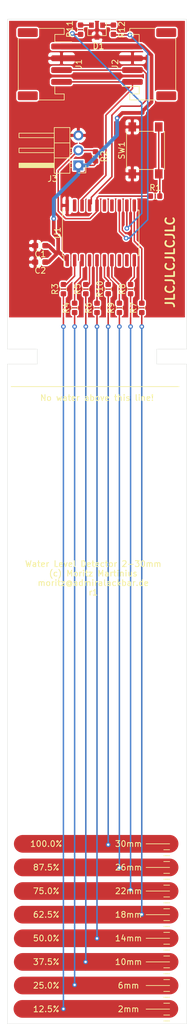
<source format=kicad_pcb>
(kicad_pcb (version 20171130) (host pcbnew 5.1.5)

  (general
    (thickness 1.6)
    (drawings 64)
    (tracks 174)
    (zones 0)
    (modules 20)
    (nets 32)
  )

  (page A4)
  (layers
    (0 F.Cu signal)
    (31 B.Cu signal)
    (32 B.Adhes user)
    (33 F.Adhes user)
    (34 B.Paste user)
    (35 F.Paste user)
    (36 B.SilkS user)
    (37 F.SilkS user)
    (38 B.Mask user)
    (39 F.Mask user)
    (40 Dwgs.User user)
    (41 Cmts.User user)
    (42 Eco1.User user)
    (43 Eco2.User user)
    (44 Edge.Cuts user)
    (45 Margin user)
    (46 B.CrtYd user)
    (47 F.CrtYd user)
    (48 B.Fab user)
    (49 F.Fab user)
  )

  (setup
    (last_trace_width 0.635)
    (user_trace_width 0.254)
    (user_trace_width 0.635)
    (user_trace_width 1.016)
    (user_trace_width 1.27)
    (user_trace_width 3)
    (trace_clearance 0.2)
    (zone_clearance 0.254)
    (zone_45_only no)
    (trace_min 0.2)
    (via_size 0.8)
    (via_drill 0.4)
    (via_min_size 0.4)
    (via_min_drill 0.3)
    (uvia_size 0.3)
    (uvia_drill 0.1)
    (uvias_allowed no)
    (uvia_min_size 0.2)
    (uvia_min_drill 0.1)
    (edge_width 0.05)
    (segment_width 0.2)
    (pcb_text_width 0.3)
    (pcb_text_size 1.5 1.5)
    (mod_edge_width 0.12)
    (mod_text_size 1 1)
    (mod_text_width 0.15)
    (pad_size 1.524 1.524)
    (pad_drill 0.762)
    (pad_to_mask_clearance 0.051)
    (solder_mask_min_width 0.25)
    (aux_axis_origin 0 0)
    (visible_elements FFFFFF7F)
    (pcbplotparams
      (layerselection 0x010fc_ffffffff)
      (usegerberextensions false)
      (usegerberattributes false)
      (usegerberadvancedattributes false)
      (creategerberjobfile false)
      (excludeedgelayer true)
      (linewidth 0.100000)
      (plotframeref false)
      (viasonmask false)
      (mode 1)
      (useauxorigin false)
      (hpglpennumber 1)
      (hpglpenspeed 20)
      (hpglpendiameter 15.000000)
      (psnegative false)
      (psa4output false)
      (plotreference true)
      (plotvalue false)
      (plotinvisibletext false)
      (padsonsilk false)
      (subtractmaskfromsilk false)
      (outputformat 1)
      (mirror false)
      (drillshape 0)
      (scaleselection 1)
      (outputdirectory "/home/moritz/Projekte/water_level/"))
  )

  (net 0 "")
  (net 1 VCC)
  (net 2 GND)
  (net 3 SCL)
  (net 4 SDA)
  (net 5 RESET)
  (net 6 "Net-(R1-Pad2)")
  (net 7 "Net-(R3-Pad2)")
  (net 8 "Net-(R4-Pad2)")
  (net 9 "Net-(R5-Pad2)")
  (net 10 "Net-(R6-Pad2)")
  (net 11 "Net-(R7-Pad2)")
  (net 12 "Net-(R8-Pad2)")
  (net 13 "Net-(R9-Pad2)")
  (net 14 "Net-(R10-Pad2)")
  (net 15 "Net-(U1-Pad8)")
  (net 16 "Net-(U1-Pad9)")
  (net 17 "Net-(U1-Pad14)")
  (net 18 "Net-(U1-Pad15)")
  (net 19 "Net-(U1-Pad19)")
  (net 20 /M12.5)
  (net 21 /M25.0)
  (net 22 /M37.5)
  (net 23 /M50.0)
  (net 24 /M62.5)
  (net 25 /M75.0)
  (net 26 /M87.5)
  (net 27 /M100.0)
  (net 28 "Net-(D1-Pad1)")
  (net 29 "Net-(D1-Pad2)")
  (net 30 LED_gn)
  (net 31 LED_rd)

  (net_class Default "Dies ist die voreingestellte Netzklasse."
    (clearance 0.2)
    (trace_width 0.25)
    (via_dia 0.8)
    (via_drill 0.4)
    (uvia_dia 0.3)
    (uvia_drill 0.1)
    (add_net /M100.0)
    (add_net /M12.5)
    (add_net /M25.0)
    (add_net /M37.5)
    (add_net /M50.0)
    (add_net /M62.5)
    (add_net /M75.0)
    (add_net /M87.5)
    (add_net GND)
    (add_net LED_gn)
    (add_net LED_rd)
    (add_net "Net-(D1-Pad1)")
    (add_net "Net-(D1-Pad2)")
    (add_net "Net-(R1-Pad2)")
    (add_net "Net-(R10-Pad2)")
    (add_net "Net-(R3-Pad2)")
    (add_net "Net-(R4-Pad2)")
    (add_net "Net-(R5-Pad2)")
    (add_net "Net-(R6-Pad2)")
    (add_net "Net-(R7-Pad2)")
    (add_net "Net-(R8-Pad2)")
    (add_net "Net-(R9-Pad2)")
    (add_net "Net-(U1-Pad14)")
    (add_net "Net-(U1-Pad15)")
    (add_net "Net-(U1-Pad19)")
    (add_net "Net-(U1-Pad8)")
    (add_net "Net-(U1-Pad9)")
    (add_net RESET)
    (add_net SCL)
    (add_net SDA)
    (add_net VCC)
  )

  (module Resistor_SMD:R_0603_1608Metric (layer F.Cu) (tedit 5B301BBD) (tstamp 5EA1F691)
    (at 40.386 43.561 270)
    (descr "Resistor SMD 0603 (1608 Metric), square (rectangular) end terminal, IPC_7351 nominal, (Body size source: http://www.tortai-tech.com/upload/download/2011102023233369053.pdf), generated with kicad-footprint-generator")
    (tags resistor)
    (path /5EA37762)
    (attr smd)
    (fp_text reference R2 (at 0 -1.43 90) (layer F.SilkS)
      (effects (font (size 1 1) (thickness 0.15)))
    )
    (fp_text value 10k (at 0 1.43 90) (layer F.Fab)
      (effects (font (size 1 1) (thickness 0.15)))
    )
    (fp_text user %R (at 0 0 90) (layer F.Fab)
      (effects (font (size 0.4 0.4) (thickness 0.06)))
    )
    (fp_line (start 1.48 0.73) (end -1.48 0.73) (layer F.CrtYd) (width 0.05))
    (fp_line (start 1.48 -0.73) (end 1.48 0.73) (layer F.CrtYd) (width 0.05))
    (fp_line (start -1.48 -0.73) (end 1.48 -0.73) (layer F.CrtYd) (width 0.05))
    (fp_line (start -1.48 0.73) (end -1.48 -0.73) (layer F.CrtYd) (width 0.05))
    (fp_line (start -0.162779 0.51) (end 0.162779 0.51) (layer F.SilkS) (width 0.12))
    (fp_line (start -0.162779 -0.51) (end 0.162779 -0.51) (layer F.SilkS) (width 0.12))
    (fp_line (start 0.8 0.4) (end -0.8 0.4) (layer F.Fab) (width 0.1))
    (fp_line (start 0.8 -0.4) (end 0.8 0.4) (layer F.Fab) (width 0.1))
    (fp_line (start -0.8 -0.4) (end 0.8 -0.4) (layer F.Fab) (width 0.1))
    (fp_line (start -0.8 0.4) (end -0.8 -0.4) (layer F.Fab) (width 0.1))
    (pad 2 smd roundrect (at 0.7875 0 270) (size 0.875 0.95) (layers F.Cu F.Paste F.Mask) (roundrect_rratio 0.25)
      (net 1 VCC))
    (pad 1 smd roundrect (at -0.7875 0 270) (size 0.875 0.95) (layers F.Cu F.Paste F.Mask) (roundrect_rratio 0.25)
      (net 5 RESET))
    (model ${KISYS3DMOD}/Resistor_SMD.3dshapes/R_0603_1608Metric.wrl
      (at (xyz 0 0 0))
      (scale (xyz 1 1 1))
      (rotate (xyz 0 0 0))
    )
  )

  (module Connector_JST:JST_PH_S4B-PH-SM4-TB_1x04-1MP_P2.00mm_Horizontal (layer F.Cu) (tedit 5B78AD87) (tstamp 5EA1950B)
    (at 31.75 27.94 270)
    (descr "JST PH series connector, S4B-PH-SM4-TB (http://www.jst-mfg.com/product/pdf/eng/ePH.pdf), generated with kicad-footprint-generator")
    (tags "connector JST PH top entry")
    (path /5EA16BF8)
    (attr smd)
    (fp_text reference J1 (at 0 -5.8 90) (layer F.SilkS)
      (effects (font (size 1 1) (thickness 0.15)))
    )
    (fp_text value Bus_in (at 0 5.8 90) (layer F.Fab)
      (effects (font (size 1 1) (thickness 0.15)))
    )
    (fp_text user %R (at 0 1.5 90) (layer F.Fab)
      (effects (font (size 1 1) (thickness 0.15)))
    )
    (fp_line (start -3 -0.892893) (end -2.5 -1.6) (layer F.Fab) (width 0.1))
    (fp_line (start -3.5 -1.6) (end -3 -0.892893) (layer F.Fab) (width 0.1))
    (fp_line (start 6.6 -5.1) (end -6.6 -5.1) (layer F.CrtYd) (width 0.05))
    (fp_line (start 6.6 5.1) (end 6.6 -5.1) (layer F.CrtYd) (width 0.05))
    (fp_line (start -6.6 5.1) (end 6.6 5.1) (layer F.CrtYd) (width 0.05))
    (fp_line (start -6.6 -5.1) (end -6.6 5.1) (layer F.CrtYd) (width 0.05))
    (fp_line (start 5.95 -3.2) (end 5.95 4.4) (layer F.Fab) (width 0.1))
    (fp_line (start -5.95 -3.2) (end -5.95 4.4) (layer F.Fab) (width 0.1))
    (fp_line (start -5.95 4.4) (end 5.95 4.4) (layer F.Fab) (width 0.1))
    (fp_line (start -4.34 4.51) (end 4.34 4.51) (layer F.SilkS) (width 0.12))
    (fp_line (start 5.04 -1.71) (end 3.76 -1.71) (layer F.SilkS) (width 0.12))
    (fp_line (start 5.04 -3.31) (end 5.04 -1.71) (layer F.SilkS) (width 0.12))
    (fp_line (start 6.06 -3.31) (end 5.04 -3.31) (layer F.SilkS) (width 0.12))
    (fp_line (start 6.06 0.94) (end 6.06 -3.31) (layer F.SilkS) (width 0.12))
    (fp_line (start -3.76 -1.71) (end -3.76 -4.6) (layer F.SilkS) (width 0.12))
    (fp_line (start -5.04 -1.71) (end -3.76 -1.71) (layer F.SilkS) (width 0.12))
    (fp_line (start -5.04 -3.31) (end -5.04 -1.71) (layer F.SilkS) (width 0.12))
    (fp_line (start -6.06 -3.31) (end -5.04 -3.31) (layer F.SilkS) (width 0.12))
    (fp_line (start -6.06 0.94) (end -6.06 -3.31) (layer F.SilkS) (width 0.12))
    (fp_line (start 5.15 -3.2) (end 5.95 -3.2) (layer F.Fab) (width 0.1))
    (fp_line (start 5.15 -1.6) (end 5.15 -3.2) (layer F.Fab) (width 0.1))
    (fp_line (start -5.15 -1.6) (end 5.15 -1.6) (layer F.Fab) (width 0.1))
    (fp_line (start -5.15 -3.2) (end -5.15 -1.6) (layer F.Fab) (width 0.1))
    (fp_line (start -5.95 -3.2) (end -5.15 -3.2) (layer F.Fab) (width 0.1))
    (pad MP smd roundrect (at 5.35 2.9 270) (size 1.5 3.4) (layers F.Cu F.Paste F.Mask) (roundrect_rratio 0.166667))
    (pad MP smd roundrect (at -5.35 2.9 270) (size 1.5 3.4) (layers F.Cu F.Paste F.Mask) (roundrect_rratio 0.166667))
    (pad 4 smd roundrect (at 3 -2.85 270) (size 1 3.5) (layers F.Cu F.Paste F.Mask) (roundrect_rratio 0.25)
      (net 3 SCL))
    (pad 3 smd roundrect (at 1 -2.85 270) (size 1 3.5) (layers F.Cu F.Paste F.Mask) (roundrect_rratio 0.25)
      (net 4 SDA))
    (pad 2 smd roundrect (at -1 -2.85 270) (size 1 3.5) (layers F.Cu F.Paste F.Mask) (roundrect_rratio 0.25)
      (net 2 GND))
    (pad 1 smd roundrect (at -3 -2.85 270) (size 1 3.5) (layers F.Cu F.Paste F.Mask) (roundrect_rratio 0.25)
      (net 1 VCC))
    (model ${KISYS3DMOD}/Connector_JST.3dshapes/JST_PH_S4B-PH-SM4-TB_1x04-1MP_P2.00mm_Horizontal.wrl
      (at (xyz 0 0 0))
      (scale (xyz 1 1 1))
      (rotate (xyz 0 0 0))
    )
  )

  (module Connector_JST:JST_PH_S4B-PH-SM4-TB_1x04-1MP_P2.00mm_Horizontal (layer F.Cu) (tedit 5B78AD87) (tstamp 5EA1B09A)
    (at 49.53 27.94 90)
    (descr "JST PH series connector, S4B-PH-SM4-TB (http://www.jst-mfg.com/product/pdf/eng/ePH.pdf), generated with kicad-footprint-generator")
    (tags "connector JST PH top entry")
    (path /5EA1622E)
    (attr smd)
    (fp_text reference J2 (at 0 -5.8 90) (layer F.SilkS)
      (effects (font (size 1 1) (thickness 0.15)))
    )
    (fp_text value Bus_out (at 0 5.8 90) (layer F.Fab)
      (effects (font (size 1 1) (thickness 0.15)))
    )
    (fp_line (start -5.95 -3.2) (end -5.15 -3.2) (layer F.Fab) (width 0.1))
    (fp_line (start -5.15 -3.2) (end -5.15 -1.6) (layer F.Fab) (width 0.1))
    (fp_line (start -5.15 -1.6) (end 5.15 -1.6) (layer F.Fab) (width 0.1))
    (fp_line (start 5.15 -1.6) (end 5.15 -3.2) (layer F.Fab) (width 0.1))
    (fp_line (start 5.15 -3.2) (end 5.95 -3.2) (layer F.Fab) (width 0.1))
    (fp_line (start -6.06 0.94) (end -6.06 -3.31) (layer F.SilkS) (width 0.12))
    (fp_line (start -6.06 -3.31) (end -5.04 -3.31) (layer F.SilkS) (width 0.12))
    (fp_line (start -5.04 -3.31) (end -5.04 -1.71) (layer F.SilkS) (width 0.12))
    (fp_line (start -5.04 -1.71) (end -3.76 -1.71) (layer F.SilkS) (width 0.12))
    (fp_line (start -3.76 -1.71) (end -3.76 -4.6) (layer F.SilkS) (width 0.12))
    (fp_line (start 6.06 0.94) (end 6.06 -3.31) (layer F.SilkS) (width 0.12))
    (fp_line (start 6.06 -3.31) (end 5.04 -3.31) (layer F.SilkS) (width 0.12))
    (fp_line (start 5.04 -3.31) (end 5.04 -1.71) (layer F.SilkS) (width 0.12))
    (fp_line (start 5.04 -1.71) (end 3.76 -1.71) (layer F.SilkS) (width 0.12))
    (fp_line (start -4.34 4.51) (end 4.34 4.51) (layer F.SilkS) (width 0.12))
    (fp_line (start -5.95 4.4) (end 5.95 4.4) (layer F.Fab) (width 0.1))
    (fp_line (start -5.95 -3.2) (end -5.95 4.4) (layer F.Fab) (width 0.1))
    (fp_line (start 5.95 -3.2) (end 5.95 4.4) (layer F.Fab) (width 0.1))
    (fp_line (start -6.6 -5.1) (end -6.6 5.1) (layer F.CrtYd) (width 0.05))
    (fp_line (start -6.6 5.1) (end 6.6 5.1) (layer F.CrtYd) (width 0.05))
    (fp_line (start 6.6 5.1) (end 6.6 -5.1) (layer F.CrtYd) (width 0.05))
    (fp_line (start 6.6 -5.1) (end -6.6 -5.1) (layer F.CrtYd) (width 0.05))
    (fp_line (start -3.5 -1.6) (end -3 -0.892893) (layer F.Fab) (width 0.1))
    (fp_line (start -3 -0.892893) (end -2.5 -1.6) (layer F.Fab) (width 0.1))
    (fp_text user %R (at 0 1.5 90) (layer F.Fab)
      (effects (font (size 1 1) (thickness 0.15)))
    )
    (pad 1 smd roundrect (at -3 -2.85 90) (size 1 3.5) (layers F.Cu F.Paste F.Mask) (roundrect_rratio 0.25)
      (net 3 SCL))
    (pad 2 smd roundrect (at -1 -2.85 90) (size 1 3.5) (layers F.Cu F.Paste F.Mask) (roundrect_rratio 0.25)
      (net 4 SDA))
    (pad 3 smd roundrect (at 1 -2.85 90) (size 1 3.5) (layers F.Cu F.Paste F.Mask) (roundrect_rratio 0.25)
      (net 2 GND))
    (pad 4 smd roundrect (at 3 -2.85 90) (size 1 3.5) (layers F.Cu F.Paste F.Mask) (roundrect_rratio 0.25)
      (net 1 VCC))
    (pad MP smd roundrect (at -5.35 2.9 90) (size 1.5 3.4) (layers F.Cu F.Paste F.Mask) (roundrect_rratio 0.166667))
    (pad MP smd roundrect (at 5.35 2.9 90) (size 1.5 3.4) (layers F.Cu F.Paste F.Mask) (roundrect_rratio 0.166667))
    (model ${KISYS3DMOD}/Connector_JST.3dshapes/JST_PH_S4B-PH-SM4-TB_1x04-1MP_P2.00mm_Horizontal.wrl
      (at (xyz 0 0 0))
      (scale (xyz 1 1 1))
      (rotate (xyz 0 0 0))
    )
  )

  (module Connector_PinHeader_2.54mm:PinHeader_1x03_P2.54mm_Horizontal (layer F.Cu) (tedit 59FED5CB) (tstamp 5EA1956E)
    (at 37.465 45.085 180)
    (descr "Through hole angled pin header, 1x03, 2.54mm pitch, 6mm pin length, single row")
    (tags "Through hole angled pin header THT 1x03 2.54mm single row")
    (path /5EA3FD12)
    (fp_text reference J3 (at 4.385 -2.27) (layer F.SilkS)
      (effects (font (size 1 1) (thickness 0.15)))
    )
    (fp_text value uPDI (at 4.385 7.35) (layer F.Fab)
      (effects (font (size 1 1) (thickness 0.15)))
    )
    (fp_line (start 2.135 -1.27) (end 4.04 -1.27) (layer F.Fab) (width 0.1))
    (fp_line (start 4.04 -1.27) (end 4.04 6.35) (layer F.Fab) (width 0.1))
    (fp_line (start 4.04 6.35) (end 1.5 6.35) (layer F.Fab) (width 0.1))
    (fp_line (start 1.5 6.35) (end 1.5 -0.635) (layer F.Fab) (width 0.1))
    (fp_line (start 1.5 -0.635) (end 2.135 -1.27) (layer F.Fab) (width 0.1))
    (fp_line (start -0.32 -0.32) (end 1.5 -0.32) (layer F.Fab) (width 0.1))
    (fp_line (start -0.32 -0.32) (end -0.32 0.32) (layer F.Fab) (width 0.1))
    (fp_line (start -0.32 0.32) (end 1.5 0.32) (layer F.Fab) (width 0.1))
    (fp_line (start 4.04 -0.32) (end 10.04 -0.32) (layer F.Fab) (width 0.1))
    (fp_line (start 10.04 -0.32) (end 10.04 0.32) (layer F.Fab) (width 0.1))
    (fp_line (start 4.04 0.32) (end 10.04 0.32) (layer F.Fab) (width 0.1))
    (fp_line (start -0.32 2.22) (end 1.5 2.22) (layer F.Fab) (width 0.1))
    (fp_line (start -0.32 2.22) (end -0.32 2.86) (layer F.Fab) (width 0.1))
    (fp_line (start -0.32 2.86) (end 1.5 2.86) (layer F.Fab) (width 0.1))
    (fp_line (start 4.04 2.22) (end 10.04 2.22) (layer F.Fab) (width 0.1))
    (fp_line (start 10.04 2.22) (end 10.04 2.86) (layer F.Fab) (width 0.1))
    (fp_line (start 4.04 2.86) (end 10.04 2.86) (layer F.Fab) (width 0.1))
    (fp_line (start -0.32 4.76) (end 1.5 4.76) (layer F.Fab) (width 0.1))
    (fp_line (start -0.32 4.76) (end -0.32 5.4) (layer F.Fab) (width 0.1))
    (fp_line (start -0.32 5.4) (end 1.5 5.4) (layer F.Fab) (width 0.1))
    (fp_line (start 4.04 4.76) (end 10.04 4.76) (layer F.Fab) (width 0.1))
    (fp_line (start 10.04 4.76) (end 10.04 5.4) (layer F.Fab) (width 0.1))
    (fp_line (start 4.04 5.4) (end 10.04 5.4) (layer F.Fab) (width 0.1))
    (fp_line (start 1.44 -1.33) (end 1.44 6.41) (layer F.SilkS) (width 0.12))
    (fp_line (start 1.44 6.41) (end 4.1 6.41) (layer F.SilkS) (width 0.12))
    (fp_line (start 4.1 6.41) (end 4.1 -1.33) (layer F.SilkS) (width 0.12))
    (fp_line (start 4.1 -1.33) (end 1.44 -1.33) (layer F.SilkS) (width 0.12))
    (fp_line (start 4.1 -0.38) (end 10.1 -0.38) (layer F.SilkS) (width 0.12))
    (fp_line (start 10.1 -0.38) (end 10.1 0.38) (layer F.SilkS) (width 0.12))
    (fp_line (start 10.1 0.38) (end 4.1 0.38) (layer F.SilkS) (width 0.12))
    (fp_line (start 4.1 -0.32) (end 10.1 -0.32) (layer F.SilkS) (width 0.12))
    (fp_line (start 4.1 -0.2) (end 10.1 -0.2) (layer F.SilkS) (width 0.12))
    (fp_line (start 4.1 -0.08) (end 10.1 -0.08) (layer F.SilkS) (width 0.12))
    (fp_line (start 4.1 0.04) (end 10.1 0.04) (layer F.SilkS) (width 0.12))
    (fp_line (start 4.1 0.16) (end 10.1 0.16) (layer F.SilkS) (width 0.12))
    (fp_line (start 4.1 0.28) (end 10.1 0.28) (layer F.SilkS) (width 0.12))
    (fp_line (start 1.11 -0.38) (end 1.44 -0.38) (layer F.SilkS) (width 0.12))
    (fp_line (start 1.11 0.38) (end 1.44 0.38) (layer F.SilkS) (width 0.12))
    (fp_line (start 1.44 1.27) (end 4.1 1.27) (layer F.SilkS) (width 0.12))
    (fp_line (start 4.1 2.16) (end 10.1 2.16) (layer F.SilkS) (width 0.12))
    (fp_line (start 10.1 2.16) (end 10.1 2.92) (layer F.SilkS) (width 0.12))
    (fp_line (start 10.1 2.92) (end 4.1 2.92) (layer F.SilkS) (width 0.12))
    (fp_line (start 1.042929 2.16) (end 1.44 2.16) (layer F.SilkS) (width 0.12))
    (fp_line (start 1.042929 2.92) (end 1.44 2.92) (layer F.SilkS) (width 0.12))
    (fp_line (start 1.44 3.81) (end 4.1 3.81) (layer F.SilkS) (width 0.12))
    (fp_line (start 4.1 4.7) (end 10.1 4.7) (layer F.SilkS) (width 0.12))
    (fp_line (start 10.1 4.7) (end 10.1 5.46) (layer F.SilkS) (width 0.12))
    (fp_line (start 10.1 5.46) (end 4.1 5.46) (layer F.SilkS) (width 0.12))
    (fp_line (start 1.042929 4.7) (end 1.44 4.7) (layer F.SilkS) (width 0.12))
    (fp_line (start 1.042929 5.46) (end 1.44 5.46) (layer F.SilkS) (width 0.12))
    (fp_line (start -1.27 0) (end -1.27 -1.27) (layer F.SilkS) (width 0.12))
    (fp_line (start -1.27 -1.27) (end 0 -1.27) (layer F.SilkS) (width 0.12))
    (fp_line (start -1.8 -1.8) (end -1.8 6.85) (layer F.CrtYd) (width 0.05))
    (fp_line (start -1.8 6.85) (end 10.55 6.85) (layer F.CrtYd) (width 0.05))
    (fp_line (start 10.55 6.85) (end 10.55 -1.8) (layer F.CrtYd) (width 0.05))
    (fp_line (start 10.55 -1.8) (end -1.8 -1.8) (layer F.CrtYd) (width 0.05))
    (fp_text user %R (at 2.77 2.54 90) (layer F.Fab)
      (effects (font (size 1 1) (thickness 0.15)))
    )
    (pad 1 thru_hole rect (at 0 0 180) (size 1.7 1.7) (drill 1) (layers *.Cu *.Mask)
      (net 1 VCC))
    (pad 2 thru_hole oval (at 0 2.54 180) (size 1.7 1.7) (drill 1) (layers *.Cu *.Mask)
      (net 5 RESET))
    (pad 3 thru_hole oval (at 0 5.08 180) (size 1.7 1.7) (drill 1) (layers *.Cu *.Mask)
      (net 2 GND))
    (model ${KISYS3DMOD}/Connector_PinHeader_2.54mm.3dshapes/PinHeader_1x03_P2.54mm_Horizontal.wrl
      (at (xyz 0 0 0))
      (scale (xyz 1 1 1))
      (rotate (xyz 0 0 0))
    )
  )

  (module Resistor_SMD:R_0603_1608Metric (layer F.Cu) (tedit 5B301BBD) (tstamp 5EA1AE08)
    (at 50.546 50.292)
    (descr "Resistor SMD 0603 (1608 Metric), square (rectangular) end terminal, IPC_7351 nominal, (Body size source: http://www.tortai-tech.com/upload/download/2011102023233369053.pdf), generated with kicad-footprint-generator")
    (tags resistor)
    (path /5EA37243)
    (attr smd)
    (fp_text reference R1 (at 0 -1.43) (layer F.SilkS)
      (effects (font (size 1 1) (thickness 0.15)))
    )
    (fp_text value 330R (at 0 1.43) (layer F.Fab)
      (effects (font (size 1 1) (thickness 0.15)))
    )
    (fp_line (start -0.8 0.4) (end -0.8 -0.4) (layer F.Fab) (width 0.1))
    (fp_line (start -0.8 -0.4) (end 0.8 -0.4) (layer F.Fab) (width 0.1))
    (fp_line (start 0.8 -0.4) (end 0.8 0.4) (layer F.Fab) (width 0.1))
    (fp_line (start 0.8 0.4) (end -0.8 0.4) (layer F.Fab) (width 0.1))
    (fp_line (start -0.162779 -0.51) (end 0.162779 -0.51) (layer F.SilkS) (width 0.12))
    (fp_line (start -0.162779 0.51) (end 0.162779 0.51) (layer F.SilkS) (width 0.12))
    (fp_line (start -1.48 0.73) (end -1.48 -0.73) (layer F.CrtYd) (width 0.05))
    (fp_line (start -1.48 -0.73) (end 1.48 -0.73) (layer F.CrtYd) (width 0.05))
    (fp_line (start 1.48 -0.73) (end 1.48 0.73) (layer F.CrtYd) (width 0.05))
    (fp_line (start 1.48 0.73) (end -1.48 0.73) (layer F.CrtYd) (width 0.05))
    (fp_text user %R (at 0 0) (layer F.Fab)
      (effects (font (size 0.4 0.4) (thickness 0.06)))
    )
    (pad 1 smd roundrect (at -0.7875 0) (size 0.875 0.95) (layers F.Cu F.Paste F.Mask) (roundrect_rratio 0.25)
      (net 5 RESET))
    (pad 2 smd roundrect (at 0.7875 0) (size 0.875 0.95) (layers F.Cu F.Paste F.Mask) (roundrect_rratio 0.25)
      (net 6 "Net-(R1-Pad2)"))
    (model ${KISYS3DMOD}/Resistor_SMD.3dshapes/R_0603_1608Metric.wrl
      (at (xyz 0 0 0))
      (scale (xyz 1 1 1))
      (rotate (xyz 0 0 0))
    )
  )

  (module Resistor_SMD:R_0603_1608Metric (layer F.Cu) (tedit 5B301BBD) (tstamp 5EA195A1)
    (at 34.925 66.04 90)
    (descr "Resistor SMD 0603 (1608 Metric), square (rectangular) end terminal, IPC_7351 nominal, (Body size source: http://www.tortai-tech.com/upload/download/2011102023233369053.pdf), generated with kicad-footprint-generator")
    (tags resistor)
    (path /5EA4820B)
    (attr smd)
    (fp_text reference R3 (at 0 -1.43 90) (layer F.SilkS)
      (effects (font (size 1 1) (thickness 0.15)))
    )
    (fp_text value 1k (at 0 1.43 90) (layer F.Fab)
      (effects (font (size 1 1) (thickness 0.15)))
    )
    (fp_line (start -0.8 0.4) (end -0.8 -0.4) (layer F.Fab) (width 0.1))
    (fp_line (start -0.8 -0.4) (end 0.8 -0.4) (layer F.Fab) (width 0.1))
    (fp_line (start 0.8 -0.4) (end 0.8 0.4) (layer F.Fab) (width 0.1))
    (fp_line (start 0.8 0.4) (end -0.8 0.4) (layer F.Fab) (width 0.1))
    (fp_line (start -0.162779 -0.51) (end 0.162779 -0.51) (layer F.SilkS) (width 0.12))
    (fp_line (start -0.162779 0.51) (end 0.162779 0.51) (layer F.SilkS) (width 0.12))
    (fp_line (start -1.48 0.73) (end -1.48 -0.73) (layer F.CrtYd) (width 0.05))
    (fp_line (start -1.48 -0.73) (end 1.48 -0.73) (layer F.CrtYd) (width 0.05))
    (fp_line (start 1.48 -0.73) (end 1.48 0.73) (layer F.CrtYd) (width 0.05))
    (fp_line (start 1.48 0.73) (end -1.48 0.73) (layer F.CrtYd) (width 0.05))
    (fp_text user %R (at 0 0 90) (layer F.Fab)
      (effects (font (size 0.4 0.4) (thickness 0.06)))
    )
    (pad 1 smd roundrect (at -0.7875 0 90) (size 0.875 0.95) (layers F.Cu F.Paste F.Mask) (roundrect_rratio 0.25)
      (net 20 /M12.5))
    (pad 2 smd roundrect (at 0.7875 0 90) (size 0.875 0.95) (layers F.Cu F.Paste F.Mask) (roundrect_rratio 0.25)
      (net 7 "Net-(R3-Pad2)"))
    (model ${KISYS3DMOD}/Resistor_SMD.3dshapes/R_0603_1608Metric.wrl
      (at (xyz 0 0 0))
      (scale (xyz 1 1 1))
      (rotate (xyz 0 0 0))
    )
  )

  (module Resistor_SMD:R_0603_1608Metric (layer F.Cu) (tedit 5B301BBD) (tstamp 5EA195B2)
    (at 36.83 69.215 90)
    (descr "Resistor SMD 0603 (1608 Metric), square (rectangular) end terminal, IPC_7351 nominal, (Body size source: http://www.tortai-tech.com/upload/download/2011102023233369053.pdf), generated with kicad-footprint-generator")
    (tags resistor)
    (path /5EA50ABF)
    (attr smd)
    (fp_text reference R4 (at 0 -1.43 90) (layer F.SilkS)
      (effects (font (size 1 1) (thickness 0.15)))
    )
    (fp_text value 1k (at 0 1.43 90) (layer F.Fab)
      (effects (font (size 1 1) (thickness 0.15)))
    )
    (fp_text user %R (at 0 0 90) (layer F.Fab)
      (effects (font (size 0.4 0.4) (thickness 0.06)))
    )
    (fp_line (start 1.48 0.73) (end -1.48 0.73) (layer F.CrtYd) (width 0.05))
    (fp_line (start 1.48 -0.73) (end 1.48 0.73) (layer F.CrtYd) (width 0.05))
    (fp_line (start -1.48 -0.73) (end 1.48 -0.73) (layer F.CrtYd) (width 0.05))
    (fp_line (start -1.48 0.73) (end -1.48 -0.73) (layer F.CrtYd) (width 0.05))
    (fp_line (start -0.162779 0.51) (end 0.162779 0.51) (layer F.SilkS) (width 0.12))
    (fp_line (start -0.162779 -0.51) (end 0.162779 -0.51) (layer F.SilkS) (width 0.12))
    (fp_line (start 0.8 0.4) (end -0.8 0.4) (layer F.Fab) (width 0.1))
    (fp_line (start 0.8 -0.4) (end 0.8 0.4) (layer F.Fab) (width 0.1))
    (fp_line (start -0.8 -0.4) (end 0.8 -0.4) (layer F.Fab) (width 0.1))
    (fp_line (start -0.8 0.4) (end -0.8 -0.4) (layer F.Fab) (width 0.1))
    (pad 2 smd roundrect (at 0.7875 0 90) (size 0.875 0.95) (layers F.Cu F.Paste F.Mask) (roundrect_rratio 0.25)
      (net 8 "Net-(R4-Pad2)"))
    (pad 1 smd roundrect (at -0.7875 0 90) (size 0.875 0.95) (layers F.Cu F.Paste F.Mask) (roundrect_rratio 0.25)
      (net 21 /M25.0))
    (model ${KISYS3DMOD}/Resistor_SMD.3dshapes/R_0603_1608Metric.wrl
      (at (xyz 0 0 0))
      (scale (xyz 1 1 1))
      (rotate (xyz 0 0 0))
    )
  )

  (module Resistor_SMD:R_0603_1608Metric (layer F.Cu) (tedit 5B301BBD) (tstamp 5EA1BDFA)
    (at 38.735 66.04 90)
    (descr "Resistor SMD 0603 (1608 Metric), square (rectangular) end terminal, IPC_7351 nominal, (Body size source: http://www.tortai-tech.com/upload/download/2011102023233369053.pdf), generated with kicad-footprint-generator")
    (tags resistor)
    (path /5EA50E4E)
    (attr smd)
    (fp_text reference R5 (at 0 -1.43 90) (layer F.SilkS)
      (effects (font (size 1 1) (thickness 0.15)))
    )
    (fp_text value 1k (at 0 1.43 90) (layer F.Fab)
      (effects (font (size 1 1) (thickness 0.15)))
    )
    (fp_line (start -0.8 0.4) (end -0.8 -0.4) (layer F.Fab) (width 0.1))
    (fp_line (start -0.8 -0.4) (end 0.8 -0.4) (layer F.Fab) (width 0.1))
    (fp_line (start 0.8 -0.4) (end 0.8 0.4) (layer F.Fab) (width 0.1))
    (fp_line (start 0.8 0.4) (end -0.8 0.4) (layer F.Fab) (width 0.1))
    (fp_line (start -0.162779 -0.51) (end 0.162779 -0.51) (layer F.SilkS) (width 0.12))
    (fp_line (start -0.162779 0.51) (end 0.162779 0.51) (layer F.SilkS) (width 0.12))
    (fp_line (start -1.48 0.73) (end -1.48 -0.73) (layer F.CrtYd) (width 0.05))
    (fp_line (start -1.48 -0.73) (end 1.48 -0.73) (layer F.CrtYd) (width 0.05))
    (fp_line (start 1.48 -0.73) (end 1.48 0.73) (layer F.CrtYd) (width 0.05))
    (fp_line (start 1.48 0.73) (end -1.48 0.73) (layer F.CrtYd) (width 0.05))
    (fp_text user %R (at 0 0 90) (layer F.Fab)
      (effects (font (size 0.4 0.4) (thickness 0.06)))
    )
    (pad 1 smd roundrect (at -0.7875 0 90) (size 0.875 0.95) (layers F.Cu F.Paste F.Mask) (roundrect_rratio 0.25)
      (net 22 /M37.5))
    (pad 2 smd roundrect (at 0.7875 0 90) (size 0.875 0.95) (layers F.Cu F.Paste F.Mask) (roundrect_rratio 0.25)
      (net 9 "Net-(R5-Pad2)"))
    (model ${KISYS3DMOD}/Resistor_SMD.3dshapes/R_0603_1608Metric.wrl
      (at (xyz 0 0 0))
      (scale (xyz 1 1 1))
      (rotate (xyz 0 0 0))
    )
  )

  (module Resistor_SMD:R_0603_1608Metric (layer F.Cu) (tedit 5B301BBD) (tstamp 5EA1A5ED)
    (at 40.64 69.215 90)
    (descr "Resistor SMD 0603 (1608 Metric), square (rectangular) end terminal, IPC_7351 nominal, (Body size source: http://www.tortai-tech.com/upload/download/2011102023233369053.pdf), generated with kicad-footprint-generator")
    (tags resistor)
    (path /5EA51353)
    (attr smd)
    (fp_text reference R6 (at 0 -1.43 90) (layer F.SilkS)
      (effects (font (size 1 1) (thickness 0.15)))
    )
    (fp_text value 1k (at 0 1.43 90) (layer F.Fab)
      (effects (font (size 1 1) (thickness 0.15)))
    )
    (fp_text user %R (at 0 0 90) (layer F.Fab)
      (effects (font (size 0.4 0.4) (thickness 0.06)))
    )
    (fp_line (start 1.48 0.73) (end -1.48 0.73) (layer F.CrtYd) (width 0.05))
    (fp_line (start 1.48 -0.73) (end 1.48 0.73) (layer F.CrtYd) (width 0.05))
    (fp_line (start -1.48 -0.73) (end 1.48 -0.73) (layer F.CrtYd) (width 0.05))
    (fp_line (start -1.48 0.73) (end -1.48 -0.73) (layer F.CrtYd) (width 0.05))
    (fp_line (start -0.162779 0.51) (end 0.162779 0.51) (layer F.SilkS) (width 0.12))
    (fp_line (start -0.162779 -0.51) (end 0.162779 -0.51) (layer F.SilkS) (width 0.12))
    (fp_line (start 0.8 0.4) (end -0.8 0.4) (layer F.Fab) (width 0.1))
    (fp_line (start 0.8 -0.4) (end 0.8 0.4) (layer F.Fab) (width 0.1))
    (fp_line (start -0.8 -0.4) (end 0.8 -0.4) (layer F.Fab) (width 0.1))
    (fp_line (start -0.8 0.4) (end -0.8 -0.4) (layer F.Fab) (width 0.1))
    (pad 2 smd roundrect (at 0.7875 0 90) (size 0.875 0.95) (layers F.Cu F.Paste F.Mask) (roundrect_rratio 0.25)
      (net 10 "Net-(R6-Pad2)"))
    (pad 1 smd roundrect (at -0.7875 0 90) (size 0.875 0.95) (layers F.Cu F.Paste F.Mask) (roundrect_rratio 0.25)
      (net 23 /M50.0))
    (model ${KISYS3DMOD}/Resistor_SMD.3dshapes/R_0603_1608Metric.wrl
      (at (xyz 0 0 0))
      (scale (xyz 1 1 1))
      (rotate (xyz 0 0 0))
    )
  )

  (module Resistor_SMD:R_0603_1608Metric (layer F.Cu) (tedit 5B301BBD) (tstamp 5EA195E5)
    (at 48.26 69.215 90)
    (descr "Resistor SMD 0603 (1608 Metric), square (rectangular) end terminal, IPC_7351 nominal, (Body size source: http://www.tortai-tech.com/upload/download/2011102023233369053.pdf), generated with kicad-footprint-generator")
    (tags resistor)
    (path /5EA517B0)
    (attr smd)
    (fp_text reference R7 (at 0 -1.43 90) (layer F.SilkS)
      (effects (font (size 1 1) (thickness 0.15)))
    )
    (fp_text value 1k (at 0 1.43 90) (layer F.Fab)
      (effects (font (size 1 1) (thickness 0.15)))
    )
    (fp_text user %R (at 0 0 90) (layer F.Fab)
      (effects (font (size 0.4 0.4) (thickness 0.06)))
    )
    (fp_line (start 1.48 0.73) (end -1.48 0.73) (layer F.CrtYd) (width 0.05))
    (fp_line (start 1.48 -0.73) (end 1.48 0.73) (layer F.CrtYd) (width 0.05))
    (fp_line (start -1.48 -0.73) (end 1.48 -0.73) (layer F.CrtYd) (width 0.05))
    (fp_line (start -1.48 0.73) (end -1.48 -0.73) (layer F.CrtYd) (width 0.05))
    (fp_line (start -0.162779 0.51) (end 0.162779 0.51) (layer F.SilkS) (width 0.12))
    (fp_line (start -0.162779 -0.51) (end 0.162779 -0.51) (layer F.SilkS) (width 0.12))
    (fp_line (start 0.8 0.4) (end -0.8 0.4) (layer F.Fab) (width 0.1))
    (fp_line (start 0.8 -0.4) (end 0.8 0.4) (layer F.Fab) (width 0.1))
    (fp_line (start -0.8 -0.4) (end 0.8 -0.4) (layer F.Fab) (width 0.1))
    (fp_line (start -0.8 0.4) (end -0.8 -0.4) (layer F.Fab) (width 0.1))
    (pad 2 smd roundrect (at 0.7875 0 90) (size 0.875 0.95) (layers F.Cu F.Paste F.Mask) (roundrect_rratio 0.25)
      (net 11 "Net-(R7-Pad2)"))
    (pad 1 smd roundrect (at -0.7875 0 90) (size 0.875 0.95) (layers F.Cu F.Paste F.Mask) (roundrect_rratio 0.25)
      (net 24 /M62.5))
    (model ${KISYS3DMOD}/Resistor_SMD.3dshapes/R_0603_1608Metric.wrl
      (at (xyz 0 0 0))
      (scale (xyz 1 1 1))
      (rotate (xyz 0 0 0))
    )
  )

  (module Resistor_SMD:R_0603_1608Metric (layer F.Cu) (tedit 5B301BBD) (tstamp 5EA1A51C)
    (at 46.355 66.04 90)
    (descr "Resistor SMD 0603 (1608 Metric), square (rectangular) end terminal, IPC_7351 nominal, (Body size source: http://www.tortai-tech.com/upload/download/2011102023233369053.pdf), generated with kicad-footprint-generator")
    (tags resistor)
    (path /5EA51CDB)
    (attr smd)
    (fp_text reference R8 (at 0 -1.43 90) (layer F.SilkS)
      (effects (font (size 1 1) (thickness 0.15)))
    )
    (fp_text value 1k (at 0 1.43 90) (layer F.Fab)
      (effects (font (size 1 1) (thickness 0.15)))
    )
    (fp_line (start -0.8 0.4) (end -0.8 -0.4) (layer F.Fab) (width 0.1))
    (fp_line (start -0.8 -0.4) (end 0.8 -0.4) (layer F.Fab) (width 0.1))
    (fp_line (start 0.8 -0.4) (end 0.8 0.4) (layer F.Fab) (width 0.1))
    (fp_line (start 0.8 0.4) (end -0.8 0.4) (layer F.Fab) (width 0.1))
    (fp_line (start -0.162779 -0.51) (end 0.162779 -0.51) (layer F.SilkS) (width 0.12))
    (fp_line (start -0.162779 0.51) (end 0.162779 0.51) (layer F.SilkS) (width 0.12))
    (fp_line (start -1.48 0.73) (end -1.48 -0.73) (layer F.CrtYd) (width 0.05))
    (fp_line (start -1.48 -0.73) (end 1.48 -0.73) (layer F.CrtYd) (width 0.05))
    (fp_line (start 1.48 -0.73) (end 1.48 0.73) (layer F.CrtYd) (width 0.05))
    (fp_line (start 1.48 0.73) (end -1.48 0.73) (layer F.CrtYd) (width 0.05))
    (fp_text user %R (at 0 0 90) (layer F.Fab)
      (effects (font (size 0.4 0.4) (thickness 0.06)))
    )
    (pad 1 smd roundrect (at -0.7875 0 90) (size 0.875 0.95) (layers F.Cu F.Paste F.Mask) (roundrect_rratio 0.25)
      (net 25 /M75.0))
    (pad 2 smd roundrect (at 0.7875 0 90) (size 0.875 0.95) (layers F.Cu F.Paste F.Mask) (roundrect_rratio 0.25)
      (net 12 "Net-(R8-Pad2)"))
    (model ${KISYS3DMOD}/Resistor_SMD.3dshapes/R_0603_1608Metric.wrl
      (at (xyz 0 0 0))
      (scale (xyz 1 1 1))
      (rotate (xyz 0 0 0))
    )
  )

  (module Resistor_SMD:R_0603_1608Metric (layer F.Cu) (tedit 5B301BBD) (tstamp 5EA1A58D)
    (at 44.45 69.215 90)
    (descr "Resistor SMD 0603 (1608 Metric), square (rectangular) end terminal, IPC_7351 nominal, (Body size source: http://www.tortai-tech.com/upload/download/2011102023233369053.pdf), generated with kicad-footprint-generator")
    (tags resistor)
    (path /5EA5210C)
    (attr smd)
    (fp_text reference R9 (at 0 -1.43 90) (layer F.SilkS)
      (effects (font (size 1 1) (thickness 0.15)))
    )
    (fp_text value 1k (at 0 1.43 90) (layer F.Fab)
      (effects (font (size 1 1) (thickness 0.15)))
    )
    (fp_text user %R (at 0 0 90) (layer F.Fab)
      (effects (font (size 0.4 0.4) (thickness 0.06)))
    )
    (fp_line (start 1.48 0.73) (end -1.48 0.73) (layer F.CrtYd) (width 0.05))
    (fp_line (start 1.48 -0.73) (end 1.48 0.73) (layer F.CrtYd) (width 0.05))
    (fp_line (start -1.48 -0.73) (end 1.48 -0.73) (layer F.CrtYd) (width 0.05))
    (fp_line (start -1.48 0.73) (end -1.48 -0.73) (layer F.CrtYd) (width 0.05))
    (fp_line (start -0.162779 0.51) (end 0.162779 0.51) (layer F.SilkS) (width 0.12))
    (fp_line (start -0.162779 -0.51) (end 0.162779 -0.51) (layer F.SilkS) (width 0.12))
    (fp_line (start 0.8 0.4) (end -0.8 0.4) (layer F.Fab) (width 0.1))
    (fp_line (start 0.8 -0.4) (end 0.8 0.4) (layer F.Fab) (width 0.1))
    (fp_line (start -0.8 -0.4) (end 0.8 -0.4) (layer F.Fab) (width 0.1))
    (fp_line (start -0.8 0.4) (end -0.8 -0.4) (layer F.Fab) (width 0.1))
    (pad 2 smd roundrect (at 0.7875 0 90) (size 0.875 0.95) (layers F.Cu F.Paste F.Mask) (roundrect_rratio 0.25)
      (net 13 "Net-(R9-Pad2)"))
    (pad 1 smd roundrect (at -0.7875 0 90) (size 0.875 0.95) (layers F.Cu F.Paste F.Mask) (roundrect_rratio 0.25)
      (net 26 /M87.5))
    (model ${KISYS3DMOD}/Resistor_SMD.3dshapes/R_0603_1608Metric.wrl
      (at (xyz 0 0 0))
      (scale (xyz 1 1 1))
      (rotate (xyz 0 0 0))
    )
  )

  (module Resistor_SMD:R_0603_1608Metric (layer F.Cu) (tedit 5B301BBD) (tstamp 5EA1BDCA)
    (at 42.545 66.04 90)
    (descr "Resistor SMD 0603 (1608 Metric), square (rectangular) end terminal, IPC_7351 nominal, (Body size source: http://www.tortai-tech.com/upload/download/2011102023233369053.pdf), generated with kicad-footprint-generator")
    (tags resistor)
    (path /5EA526EB)
    (attr smd)
    (fp_text reference R10 (at 0 -1.43 90) (layer F.SilkS)
      (effects (font (size 1 1) (thickness 0.15)))
    )
    (fp_text value 1k (at 0 1.43 90) (layer F.Fab)
      (effects (font (size 1 1) (thickness 0.15)))
    )
    (fp_line (start -0.8 0.4) (end -0.8 -0.4) (layer F.Fab) (width 0.1))
    (fp_line (start -0.8 -0.4) (end 0.8 -0.4) (layer F.Fab) (width 0.1))
    (fp_line (start 0.8 -0.4) (end 0.8 0.4) (layer F.Fab) (width 0.1))
    (fp_line (start 0.8 0.4) (end -0.8 0.4) (layer F.Fab) (width 0.1))
    (fp_line (start -0.162779 -0.51) (end 0.162779 -0.51) (layer F.SilkS) (width 0.12))
    (fp_line (start -0.162779 0.51) (end 0.162779 0.51) (layer F.SilkS) (width 0.12))
    (fp_line (start -1.48 0.73) (end -1.48 -0.73) (layer F.CrtYd) (width 0.05))
    (fp_line (start -1.48 -0.73) (end 1.48 -0.73) (layer F.CrtYd) (width 0.05))
    (fp_line (start 1.48 -0.73) (end 1.48 0.73) (layer F.CrtYd) (width 0.05))
    (fp_line (start 1.48 0.73) (end -1.48 0.73) (layer F.CrtYd) (width 0.05))
    (fp_text user %R (at 0 0 90) (layer F.Fab)
      (effects (font (size 0.4 0.4) (thickness 0.06)))
    )
    (pad 1 smd roundrect (at -0.7875 0 90) (size 0.875 0.95) (layers F.Cu F.Paste F.Mask) (roundrect_rratio 0.25)
      (net 27 /M100.0))
    (pad 2 smd roundrect (at 0.7875 0 90) (size 0.875 0.95) (layers F.Cu F.Paste F.Mask) (roundrect_rratio 0.25)
      (net 14 "Net-(R10-Pad2)"))
    (model ${KISYS3DMOD}/Resistor_SMD.3dshapes/R_0603_1608Metric.wrl
      (at (xyz 0 0 0))
      (scale (xyz 1 1 1))
      (rotate (xyz 0 0 0))
    )
  )

  (module Button_Switch_SMD:SW_Push_1P1T_NO_6x6mm_H9.5mm (layer F.Cu) (tedit 5CA1CA7F) (tstamp 5EA19632)
    (at 48.895 42.545 90)
    (descr "tactile push button, 6x6mm e.g. PTS645xx series, height=9.5mm")
    (tags "tact sw push 6mm smd")
    (path /5EA35658)
    (attr smd)
    (fp_text reference SW1 (at 0 -4.05 90) (layer F.SilkS)
      (effects (font (size 1 1) (thickness 0.15)))
    )
    (fp_text value SW_RESET (at 0 4.15 90) (layer F.Fab)
      (effects (font (size 1 1) (thickness 0.15)))
    )
    (fp_text user %R (at 0 -4.05 90) (layer F.Fab)
      (effects (font (size 1 1) (thickness 0.15)))
    )
    (fp_line (start -3 -3) (end -3 3) (layer F.Fab) (width 0.1))
    (fp_line (start -3 3) (end 3 3) (layer F.Fab) (width 0.1))
    (fp_line (start 3 3) (end 3 -3) (layer F.Fab) (width 0.1))
    (fp_line (start 3 -3) (end -3 -3) (layer F.Fab) (width 0.1))
    (fp_line (start 5 3.25) (end 5 -3.25) (layer F.CrtYd) (width 0.05))
    (fp_line (start -5 -3.25) (end -5 3.25) (layer F.CrtYd) (width 0.05))
    (fp_line (start -5 3.25) (end 5 3.25) (layer F.CrtYd) (width 0.05))
    (fp_line (start -5 -3.25) (end 5 -3.25) (layer F.CrtYd) (width 0.05))
    (fp_line (start 3.23 -3.23) (end 3.23 -3.2) (layer F.SilkS) (width 0.12))
    (fp_line (start 3.23 3.23) (end 3.23 3.2) (layer F.SilkS) (width 0.12))
    (fp_line (start -3.23 3.23) (end -3.23 3.2) (layer F.SilkS) (width 0.12))
    (fp_line (start -3.23 -3.2) (end -3.23 -3.23) (layer F.SilkS) (width 0.12))
    (fp_line (start 3.23 -1.3) (end 3.23 1.3) (layer F.SilkS) (width 0.12))
    (fp_line (start -3.23 -3.23) (end 3.23 -3.23) (layer F.SilkS) (width 0.12))
    (fp_line (start -3.23 -1.3) (end -3.23 1.3) (layer F.SilkS) (width 0.12))
    (fp_line (start -3.23 3.23) (end 3.23 3.23) (layer F.SilkS) (width 0.12))
    (fp_circle (center 0 0) (end 1.75 -0.05) (layer F.Fab) (width 0.1))
    (pad 2 smd rect (at -3.975 2.25 90) (size 1.55 1.3) (layers F.Cu F.Paste F.Mask)
      (net 6 "Net-(R1-Pad2)"))
    (pad 1 smd rect (at -3.975 -2.25 90) (size 1.55 1.3) (layers F.Cu F.Paste F.Mask)
      (net 2 GND))
    (pad 1 smd rect (at 3.975 -2.25 90) (size 1.55 1.3) (layers F.Cu F.Paste F.Mask)
      (net 2 GND))
    (pad 2 smd rect (at 3.975 2.25 90) (size 1.55 1.3) (layers F.Cu F.Paste F.Mask)
      (net 6 "Net-(R1-Pad2)"))
    (model ${KISYS3DMOD}/Button_Switch_SMD.3dshapes/SW_PUSH_6mm_H9.5mm.wrl
      (at (xyz 0 0 0))
      (scale (xyz 1 1 1))
      (rotate (xyz 0 0 0))
    )
  )

  (module Package_SO:SOIC-20W_7.5x12.8mm_P1.27mm (layer F.Cu) (tedit 5D9F72B1) (tstamp 5EA1965D)
    (at 41.275 56.515 90)
    (descr "SOIC, 20 Pin (JEDEC MS-013AC, https://www.analog.com/media/en/package-pcb-resources/package/233848rw_20.pdf), generated with kicad-footprint-generator ipc_gullwing_generator.py")
    (tags "SOIC SO")
    (path /5EA14B65)
    (attr smd)
    (fp_text reference U1 (at 0 -7.35 90) (layer F.SilkS)
      (effects (font (size 1 1) (thickness 0.15)))
    )
    (fp_text value ATtiny1616-S (at 0 7.35 90) (layer F.Fab)
      (effects (font (size 1 1) (thickness 0.15)))
    )
    (fp_line (start 0 6.51) (end 3.86 6.51) (layer F.SilkS) (width 0.12))
    (fp_line (start 3.86 6.51) (end 3.86 6.275) (layer F.SilkS) (width 0.12))
    (fp_line (start 0 6.51) (end -3.86 6.51) (layer F.SilkS) (width 0.12))
    (fp_line (start -3.86 6.51) (end -3.86 6.275) (layer F.SilkS) (width 0.12))
    (fp_line (start 0 -6.51) (end 3.86 -6.51) (layer F.SilkS) (width 0.12))
    (fp_line (start 3.86 -6.51) (end 3.86 -6.275) (layer F.SilkS) (width 0.12))
    (fp_line (start 0 -6.51) (end -3.86 -6.51) (layer F.SilkS) (width 0.12))
    (fp_line (start -3.86 -6.51) (end -3.86 -6.275) (layer F.SilkS) (width 0.12))
    (fp_line (start -3.86 -6.275) (end -5.675 -6.275) (layer F.SilkS) (width 0.12))
    (fp_line (start -2.75 -6.4) (end 3.75 -6.4) (layer F.Fab) (width 0.1))
    (fp_line (start 3.75 -6.4) (end 3.75 6.4) (layer F.Fab) (width 0.1))
    (fp_line (start 3.75 6.4) (end -3.75 6.4) (layer F.Fab) (width 0.1))
    (fp_line (start -3.75 6.4) (end -3.75 -5.4) (layer F.Fab) (width 0.1))
    (fp_line (start -3.75 -5.4) (end -2.75 -6.4) (layer F.Fab) (width 0.1))
    (fp_line (start -5.93 -6.65) (end -5.93 6.65) (layer F.CrtYd) (width 0.05))
    (fp_line (start -5.93 6.65) (end 5.93 6.65) (layer F.CrtYd) (width 0.05))
    (fp_line (start 5.93 6.65) (end 5.93 -6.65) (layer F.CrtYd) (width 0.05))
    (fp_line (start 5.93 -6.65) (end -5.93 -6.65) (layer F.CrtYd) (width 0.05))
    (fp_text user %R (at 0 0 90) (layer F.Fab)
      (effects (font (size 1 1) (thickness 0.15)))
    )
    (pad 1 smd roundrect (at -4.65 -5.715 90) (size 2.05 0.6) (layers F.Cu F.Paste F.Mask) (roundrect_rratio 0.25)
      (net 1 VCC))
    (pad 2 smd roundrect (at -4.65 -4.445 90) (size 2.05 0.6) (layers F.Cu F.Paste F.Mask) (roundrect_rratio 0.25)
      (net 7 "Net-(R3-Pad2)"))
    (pad 3 smd roundrect (at -4.65 -3.175 90) (size 2.05 0.6) (layers F.Cu F.Paste F.Mask) (roundrect_rratio 0.25)
      (net 8 "Net-(R4-Pad2)"))
    (pad 4 smd roundrect (at -4.65 -1.905 90) (size 2.05 0.6) (layers F.Cu F.Paste F.Mask) (roundrect_rratio 0.25)
      (net 9 "Net-(R5-Pad2)"))
    (pad 5 smd roundrect (at -4.65 -0.635 90) (size 2.05 0.6) (layers F.Cu F.Paste F.Mask) (roundrect_rratio 0.25)
      (net 10 "Net-(R6-Pad2)"))
    (pad 6 smd roundrect (at -4.65 0.635 90) (size 2.05 0.6) (layers F.Cu F.Paste F.Mask) (roundrect_rratio 0.25)
      (net 14 "Net-(R10-Pad2)"))
    (pad 7 smd roundrect (at -4.65 1.905 90) (size 2.05 0.6) (layers F.Cu F.Paste F.Mask) (roundrect_rratio 0.25)
      (net 13 "Net-(R9-Pad2)"))
    (pad 8 smd roundrect (at -4.65 3.175 90) (size 2.05 0.6) (layers F.Cu F.Paste F.Mask) (roundrect_rratio 0.25)
      (net 15 "Net-(U1-Pad8)"))
    (pad 9 smd roundrect (at -4.65 4.445 90) (size 2.05 0.6) (layers F.Cu F.Paste F.Mask) (roundrect_rratio 0.25)
      (net 16 "Net-(U1-Pad9)"))
    (pad 10 smd roundrect (at -4.65 5.715 90) (size 2.05 0.6) (layers F.Cu F.Paste F.Mask) (roundrect_rratio 0.25)
      (net 12 "Net-(R8-Pad2)"))
    (pad 11 smd roundrect (at 4.65 5.715 90) (size 2.05 0.6) (layers F.Cu F.Paste F.Mask) (roundrect_rratio 0.25)
      (net 11 "Net-(R7-Pad2)"))
    (pad 12 smd roundrect (at 4.65 4.445 90) (size 2.05 0.6) (layers F.Cu F.Paste F.Mask) (roundrect_rratio 0.25)
      (net 30 LED_gn))
    (pad 13 smd roundrect (at 4.65 3.175 90) (size 2.05 0.6) (layers F.Cu F.Paste F.Mask) (roundrect_rratio 0.25)
      (net 31 LED_rd))
    (pad 14 smd roundrect (at 4.65 1.905 90) (size 2.05 0.6) (layers F.Cu F.Paste F.Mask) (roundrect_rratio 0.25)
      (net 17 "Net-(U1-Pad14)"))
    (pad 15 smd roundrect (at 4.65 0.635 90) (size 2.05 0.6) (layers F.Cu F.Paste F.Mask) (roundrect_rratio 0.25)
      (net 18 "Net-(U1-Pad15)"))
    (pad 16 smd roundrect (at 4.65 -0.635 90) (size 2.05 0.6) (layers F.Cu F.Paste F.Mask) (roundrect_rratio 0.25)
      (net 5 RESET))
    (pad 17 smd roundrect (at 4.65 -1.905 90) (size 2.05 0.6) (layers F.Cu F.Paste F.Mask) (roundrect_rratio 0.25)
      (net 4 SDA))
    (pad 18 smd roundrect (at 4.65 -3.175 90) (size 2.05 0.6) (layers F.Cu F.Paste F.Mask) (roundrect_rratio 0.25)
      (net 3 SCL))
    (pad 19 smd roundrect (at 4.65 -4.445 90) (size 2.05 0.6) (layers F.Cu F.Paste F.Mask) (roundrect_rratio 0.25)
      (net 19 "Net-(U1-Pad19)"))
    (pad 20 smd roundrect (at 4.65 -5.715 90) (size 2.05 0.6) (layers F.Cu F.Paste F.Mask) (roundrect_rratio 0.25)
      (net 2 GND))
    (model ${KISYS3DMOD}/Package_SO.3dshapes/SOIC-20W_7.5x12.8mm_P1.27mm.wrl
      (at (xyz 0 0 0))
      (scale (xyz 1 1 1))
      (rotate (xyz 0 0 0))
    )
  )

  (module Package_TO_SOT_SMD:SOT-23 (layer F.Cu) (tedit 5A02FF57) (tstamp 5EA241E8)
    (at 40.64 22.336 270)
    (descr "SOT-23, Standard")
    (tags SOT-23)
    (path /5EAC7E91)
    (attr smd)
    (fp_text reference D1 (at 2.556 -0.254 180) (layer F.SilkS)
      (effects (font (size 1 1) (thickness 0.15)))
    )
    (fp_text value LED_Dual_AAC (at 0 2.5 90) (layer F.Fab)
      (effects (font (size 1 1) (thickness 0.15)))
    )
    (fp_text user %R (at 0 0) (layer F.Fab)
      (effects (font (size 0.5 0.5) (thickness 0.075)))
    )
    (fp_line (start -0.7 -0.95) (end -0.7 1.5) (layer F.Fab) (width 0.1))
    (fp_line (start -0.15 -1.52) (end 0.7 -1.52) (layer F.Fab) (width 0.1))
    (fp_line (start -0.7 -0.95) (end -0.15 -1.52) (layer F.Fab) (width 0.1))
    (fp_line (start 0.7 -1.52) (end 0.7 1.52) (layer F.Fab) (width 0.1))
    (fp_line (start -0.7 1.52) (end 0.7 1.52) (layer F.Fab) (width 0.1))
    (fp_line (start 0.76 1.58) (end 0.76 0.65) (layer F.SilkS) (width 0.12))
    (fp_line (start 0.76 -1.58) (end 0.76 -0.65) (layer F.SilkS) (width 0.12))
    (fp_line (start -1.7 -1.75) (end 1.7 -1.75) (layer F.CrtYd) (width 0.05))
    (fp_line (start 1.7 -1.75) (end 1.7 1.75) (layer F.CrtYd) (width 0.05))
    (fp_line (start 1.7 1.75) (end -1.7 1.75) (layer F.CrtYd) (width 0.05))
    (fp_line (start -1.7 1.75) (end -1.7 -1.75) (layer F.CrtYd) (width 0.05))
    (fp_line (start 0.76 -1.58) (end -1.4 -1.58) (layer F.SilkS) (width 0.12))
    (fp_line (start 0.76 1.58) (end -0.7 1.58) (layer F.SilkS) (width 0.12))
    (pad 1 smd rect (at -1 -0.95 270) (size 0.9 0.8) (layers F.Cu F.Paste F.Mask)
      (net 28 "Net-(D1-Pad1)"))
    (pad 2 smd rect (at -1 0.95 270) (size 0.9 0.8) (layers F.Cu F.Paste F.Mask)
      (net 29 "Net-(D1-Pad2)"))
    (pad 3 smd rect (at 1 0 270) (size 0.9 0.8) (layers F.Cu F.Paste F.Mask)
      (net 2 GND))
    (model ${KISYS3DMOD}/Package_TO_SOT_SMD.3dshapes/SOT-23.wrl
      (at (xyz 0 0 0))
      (scale (xyz 1 1 1))
      (rotate (xyz 0 0 0))
    )
  )

  (module Resistor_SMD:R_0603_1608Metric (layer F.Cu) (tedit 5B301BBD) (tstamp 5EA23E7A)
    (at 37.846 22.098 270)
    (descr "Resistor SMD 0603 (1608 Metric), square (rectangular) end terminal, IPC_7351 nominal, (Body size source: http://www.tortai-tech.com/upload/download/2011102023233369053.pdf), generated with kicad-footprint-generator")
    (tags resistor)
    (path /5EACEFA9)
    (attr smd)
    (fp_text reference R11 (at -0.098 1.846 90) (layer F.SilkS)
      (effects (font (size 1 1) (thickness 0.15)))
    )
    (fp_text value 330R (at 0 1.43 90) (layer F.Fab)
      (effects (font (size 1 1) (thickness 0.15)))
    )
    (fp_text user %R (at 0 0 90) (layer F.Fab)
      (effects (font (size 0.4 0.4) (thickness 0.06)))
    )
    (fp_line (start 1.48 0.73) (end -1.48 0.73) (layer F.CrtYd) (width 0.05))
    (fp_line (start 1.48 -0.73) (end 1.48 0.73) (layer F.CrtYd) (width 0.05))
    (fp_line (start -1.48 -0.73) (end 1.48 -0.73) (layer F.CrtYd) (width 0.05))
    (fp_line (start -1.48 0.73) (end -1.48 -0.73) (layer F.CrtYd) (width 0.05))
    (fp_line (start -0.162779 0.51) (end 0.162779 0.51) (layer F.SilkS) (width 0.12))
    (fp_line (start -0.162779 -0.51) (end 0.162779 -0.51) (layer F.SilkS) (width 0.12))
    (fp_line (start 0.8 0.4) (end -0.8 0.4) (layer F.Fab) (width 0.1))
    (fp_line (start 0.8 -0.4) (end 0.8 0.4) (layer F.Fab) (width 0.1))
    (fp_line (start -0.8 -0.4) (end 0.8 -0.4) (layer F.Fab) (width 0.1))
    (fp_line (start -0.8 0.4) (end -0.8 -0.4) (layer F.Fab) (width 0.1))
    (pad 2 smd roundrect (at 0.7875 0 270) (size 0.875 0.95) (layers F.Cu F.Paste F.Mask) (roundrect_rratio 0.25)
      (net 30 LED_gn))
    (pad 1 smd roundrect (at -0.7875 0 270) (size 0.875 0.95) (layers F.Cu F.Paste F.Mask) (roundrect_rratio 0.25)
      (net 29 "Net-(D1-Pad2)"))
    (model ${KISYS3DMOD}/Resistor_SMD.3dshapes/R_0603_1608Metric.wrl
      (at (xyz 0 0 0))
      (scale (xyz 1 1 1))
      (rotate (xyz 0 0 0))
    )
  )

  (module Resistor_SMD:R_0603_1608Metric (layer F.Cu) (tedit 5B301BBD) (tstamp 5EA23E8B)
    (at 43.434 22.098 270)
    (descr "Resistor SMD 0603 (1608 Metric), square (rectangular) end terminal, IPC_7351 nominal, (Body size source: http://www.tortai-tech.com/upload/download/2011102023233369053.pdf), generated with kicad-footprint-generator")
    (tags resistor)
    (path /5EACF3B0)
    (attr smd)
    (fp_text reference R12 (at 0 -1.43 90) (layer F.SilkS)
      (effects (font (size 1 1) (thickness 0.15)))
    )
    (fp_text value 330R (at 0 1.43 90) (layer F.Fab)
      (effects (font (size 1 1) (thickness 0.15)))
    )
    (fp_line (start -0.8 0.4) (end -0.8 -0.4) (layer F.Fab) (width 0.1))
    (fp_line (start -0.8 -0.4) (end 0.8 -0.4) (layer F.Fab) (width 0.1))
    (fp_line (start 0.8 -0.4) (end 0.8 0.4) (layer F.Fab) (width 0.1))
    (fp_line (start 0.8 0.4) (end -0.8 0.4) (layer F.Fab) (width 0.1))
    (fp_line (start -0.162779 -0.51) (end 0.162779 -0.51) (layer F.SilkS) (width 0.12))
    (fp_line (start -0.162779 0.51) (end 0.162779 0.51) (layer F.SilkS) (width 0.12))
    (fp_line (start -1.48 0.73) (end -1.48 -0.73) (layer F.CrtYd) (width 0.05))
    (fp_line (start -1.48 -0.73) (end 1.48 -0.73) (layer F.CrtYd) (width 0.05))
    (fp_line (start 1.48 -0.73) (end 1.48 0.73) (layer F.CrtYd) (width 0.05))
    (fp_line (start 1.48 0.73) (end -1.48 0.73) (layer F.CrtYd) (width 0.05))
    (fp_text user %R (at 0 0 90) (layer F.Fab)
      (effects (font (size 0.4 0.4) (thickness 0.06)))
    )
    (pad 1 smd roundrect (at -0.7875 0 270) (size 0.875 0.95) (layers F.Cu F.Paste F.Mask) (roundrect_rratio 0.25)
      (net 28 "Net-(D1-Pad1)"))
    (pad 2 smd roundrect (at 0.7875 0 270) (size 0.875 0.95) (layers F.Cu F.Paste F.Mask) (roundrect_rratio 0.25)
      (net 31 LED_rd))
    (model ${KISYS3DMOD}/Resistor_SMD.3dshapes/R_0603_1608Metric.wrl
      (at (xyz 0 0 0))
      (scale (xyz 1 1 1))
      (rotate (xyz 0 0 0))
    )
  )

  (module Capacitor_SMD:C_0603_1608Metric_Pad1.05x0.95mm_HandSolder (layer F.Cu) (tedit 5B301BBE) (tstamp 5EA2591A)
    (at 30.988 58.674 180)
    (descr "Capacitor SMD 0603 (1608 Metric), square (rectangular) end terminal, IPC_7351 nominal with elongated pad for handsoldering. (Body size source: http://www.tortai-tech.com/upload/download/2011102023233369053.pdf), generated with kicad-footprint-generator")
    (tags "capacitor handsolder")
    (path /5EA2D9A9)
    (attr smd)
    (fp_text reference C1 (at 0 -1.43) (layer F.SilkS)
      (effects (font (size 1 1) (thickness 0.15)))
    )
    (fp_text value 4,7uF (at 0 1.43) (layer F.Fab)
      (effects (font (size 1 1) (thickness 0.15)))
    )
    (fp_text user %R (at 0 0) (layer F.Fab)
      (effects (font (size 0.4 0.4) (thickness 0.06)))
    )
    (fp_line (start 1.65 0.73) (end -1.65 0.73) (layer F.CrtYd) (width 0.05))
    (fp_line (start 1.65 -0.73) (end 1.65 0.73) (layer F.CrtYd) (width 0.05))
    (fp_line (start -1.65 -0.73) (end 1.65 -0.73) (layer F.CrtYd) (width 0.05))
    (fp_line (start -1.65 0.73) (end -1.65 -0.73) (layer F.CrtYd) (width 0.05))
    (fp_line (start -0.171267 0.51) (end 0.171267 0.51) (layer F.SilkS) (width 0.12))
    (fp_line (start -0.171267 -0.51) (end 0.171267 -0.51) (layer F.SilkS) (width 0.12))
    (fp_line (start 0.8 0.4) (end -0.8 0.4) (layer F.Fab) (width 0.1))
    (fp_line (start 0.8 -0.4) (end 0.8 0.4) (layer F.Fab) (width 0.1))
    (fp_line (start -0.8 -0.4) (end 0.8 -0.4) (layer F.Fab) (width 0.1))
    (fp_line (start -0.8 0.4) (end -0.8 -0.4) (layer F.Fab) (width 0.1))
    (pad 2 smd roundrect (at 0.875 0 180) (size 1.05 0.95) (layers F.Cu F.Paste F.Mask) (roundrect_rratio 0.25)
      (net 2 GND))
    (pad 1 smd roundrect (at -0.875 0 180) (size 1.05 0.95) (layers F.Cu F.Paste F.Mask) (roundrect_rratio 0.25)
      (net 1 VCC))
    (model ${KISYS3DMOD}/Capacitor_SMD.3dshapes/C_0603_1608Metric.wrl
      (at (xyz 0 0 0))
      (scale (xyz 1 1 1))
      (rotate (xyz 0 0 0))
    )
  )

  (module Capacitor_SMD:C_0603_1608Metric_Pad1.05x0.95mm_HandSolder (layer F.Cu) (tedit 5B301BBE) (tstamp 5EA2598A)
    (at 30.988 61.468 180)
    (descr "Capacitor SMD 0603 (1608 Metric), square (rectangular) end terminal, IPC_7351 nominal with elongated pad for handsoldering. (Body size source: http://www.tortai-tech.com/upload/download/2011102023233369053.pdf), generated with kicad-footprint-generator")
    (tags "capacitor handsolder")
    (path /5EA2D09A)
    (attr smd)
    (fp_text reference C2 (at 0 -1.43) (layer F.SilkS)
      (effects (font (size 1 1) (thickness 0.15)))
    )
    (fp_text value 100nF (at 0 1.43) (layer F.Fab)
      (effects (font (size 1 1) (thickness 0.15)))
    )
    (fp_line (start -0.8 0.4) (end -0.8 -0.4) (layer F.Fab) (width 0.1))
    (fp_line (start -0.8 -0.4) (end 0.8 -0.4) (layer F.Fab) (width 0.1))
    (fp_line (start 0.8 -0.4) (end 0.8 0.4) (layer F.Fab) (width 0.1))
    (fp_line (start 0.8 0.4) (end -0.8 0.4) (layer F.Fab) (width 0.1))
    (fp_line (start -0.171267 -0.51) (end 0.171267 -0.51) (layer F.SilkS) (width 0.12))
    (fp_line (start -0.171267 0.51) (end 0.171267 0.51) (layer F.SilkS) (width 0.12))
    (fp_line (start -1.65 0.73) (end -1.65 -0.73) (layer F.CrtYd) (width 0.05))
    (fp_line (start -1.65 -0.73) (end 1.65 -0.73) (layer F.CrtYd) (width 0.05))
    (fp_line (start 1.65 -0.73) (end 1.65 0.73) (layer F.CrtYd) (width 0.05))
    (fp_line (start 1.65 0.73) (end -1.65 0.73) (layer F.CrtYd) (width 0.05))
    (fp_text user %R (at 0 0) (layer F.Fab)
      (effects (font (size 0.4 0.4) (thickness 0.06)))
    )
    (pad 1 smd roundrect (at -0.875 0 180) (size 1.05 0.95) (layers F.Cu F.Paste F.Mask) (roundrect_rratio 0.25)
      (net 1 VCC))
    (pad 2 smd roundrect (at 0.875 0 180) (size 1.05 0.95) (layers F.Cu F.Paste F.Mask) (roundrect_rratio 0.25)
      (net 2 GND))
    (model ${KISYS3DMOD}/Capacitor_SMD.3dshapes/C_0603_1608Metric.wrl
      (at (xyz 0 0 0))
      (scale (xyz 1 1 1))
      (rotate (xyz 0 0 0))
    )
  )

  (gr_text JLCJLCJLCJLC (at 53.086 61.468 90) (layer F.SilkS)
    (effects (font (size 1.5 1.5) (thickness 0.3)))
  )
  (gr_text "Water Level Detector 2-30mm\n(c) Moritz Martinius\nmoritz@admiralackbar.de\nr1" (at 40 115) (layer F.SilkS)
    (effects (font (size 1 1) (thickness 0.15)))
  )
  (gr_text "87.5%\n" (at 32 164) (layer F.SilkS) (tstamp 5EA24C23)
    (effects (font (size 1 1) (thickness 0.15)))
  )
  (gr_text 100.0% (at 32 160) (layer F.SilkS) (tstamp 5EA24C30)
    (effects (font (size 1 1) (thickness 0.15)))
  )
  (gr_text 25.0% (at 32 184) (layer F.SilkS) (tstamp 5EA24C2F)
    (effects (font (size 1 1) (thickness 0.15)))
  )
  (gr_text "50.0%\n" (at 32 176) (layer F.SilkS) (tstamp 5EA24C2B)
    (effects (font (size 1 1) (thickness 0.15)))
  )
  (gr_text 37.5% (at 32 180) (layer F.SilkS) (tstamp 5EA24C2A)
    (effects (font (size 1 1) (thickness 0.15)))
  )
  (gr_text "62.5%\n" (at 32 172) (layer F.SilkS) (tstamp 5EA24C28)
    (effects (font (size 1 1) (thickness 0.15)))
  )
  (gr_text "75.0%\n" (at 32 168) (layer F.SilkS) (tstamp 5EA24C26)
    (effects (font (size 1 1) (thickness 0.15)))
  )
  (gr_text 12.5% (at 32 188) (layer F.SilkS) (tstamp 5EA24C24)
    (effects (font (size 1 1) (thickness 0.15)))
  )
  (gr_text 30mm (at 46 160) (layer F.SilkS) (tstamp 5EA24AE6)
    (effects (font (size 1 1) (thickness 0.15)))
  )
  (gr_text 26mm (at 46 164) (layer F.SilkS) (tstamp 5EA24AE6)
    (effects (font (size 1 1) (thickness 0.15)))
  )
  (gr_text 22mm (at 46 168) (layer F.SilkS) (tstamp 5EA24AE6)
    (effects (font (size 1 1) (thickness 0.15)))
  )
  (gr_text 18mm (at 46 172) (layer F.SilkS) (tstamp 5EA24AE6)
    (effects (font (size 1 1) (thickness 0.15)))
  )
  (gr_text 14mm (at 46 176) (layer F.SilkS) (tstamp 5EA24AE6)
    (effects (font (size 1 1) (thickness 0.15)))
  )
  (gr_text 10mm (at 46 180) (layer F.SilkS) (tstamp 5EA24AE6)
    (effects (font (size 1 1) (thickness 0.15)))
  )
  (gr_text 6mm (at 46 184) (layer F.SilkS) (tstamp 5EA24AE6)
    (effects (font (size 1 1) (thickness 0.15)))
  )
  (gr_text 2mm (at 46 188) (layer F.SilkS)
    (effects (font (size 1 1) (thickness 0.15)))
  )
  (gr_line (start 53 190) (end 52 190) (layer F.SilkS) (width 0.12))
  (gr_line (start 53 189) (end 52 189) (layer F.SilkS) (width 0.12))
  (gr_line (start 53 168) (end 49 168) (layer F.SilkS) (width 0.12) (tstamp 5EA248EB))
  (gr_line (start 53 162) (end 52 162) (layer F.SilkS) (width 0.12) (tstamp 5EA248F2))
  (gr_line (start 53 169) (end 52 169) (layer F.SilkS) (width 0.12) (tstamp 5EA248EF))
  (gr_line (start 53 167) (end 52 167) (layer F.SilkS) (width 0.12) (tstamp 5EA248EE))
  (gr_line (start 53 160) (end 49 160) (layer F.SilkS) (width 0.12) (tstamp 5EA248ED))
  (gr_line (start 53 164) (end 49 164) (layer F.SilkS) (width 0.12) (tstamp 5EA248EC))
  (gr_line (start 53 170) (end 52 170) (layer F.SilkS) (width 0.12) (tstamp 5EA248E8))
  (gr_line (start 52 165) (end 53 165) (layer F.SilkS) (width 0.12) (tstamp 5EA248E7))
  (gr_line (start 53 163) (end 52 163) (layer F.SilkS) (width 0.12) (tstamp 5EA248E6))
  (gr_line (start 53 166) (end 52 166) (layer F.SilkS) (width 0.12) (tstamp 5EA248E5))
  (gr_line (start 53 161) (end 52 161) (layer F.SilkS) (width 0.12) (tstamp 5EA248E2))
  (gr_line (start 53 171) (end 52 171) (layer F.SilkS) (width 0.12) (tstamp 5EA248E1))
  (gr_line (start 53 172) (end 49 172) (layer F.SilkS) (width 0.12))
  (gr_line (start 53 173) (end 52 173) (layer F.SilkS) (width 0.12))
  (gr_line (start 53 174) (end 52 174) (layer F.SilkS) (width 0.12))
  (gr_line (start 53 175) (end 52 175) (layer F.SilkS) (width 0.12))
  (gr_line (start 53 176) (end 49 176) (layer F.SilkS) (width 0.12))
  (gr_line (start 53 177) (end 52 177) (layer F.SilkS) (width 0.12))
  (gr_line (start 53 178) (end 52 178) (layer F.SilkS) (width 0.12))
  (gr_line (start 53 179) (end 52 179) (layer F.SilkS) (width 0.12))
  (gr_line (start 53 180) (end 49 180) (layer F.SilkS) (width 0.12))
  (gr_line (start 52 181) (end 53 181) (layer F.SilkS) (width 0.12))
  (gr_line (start 53 182) (end 52 182) (layer F.SilkS) (width 0.12))
  (gr_line (start 53 183) (end 52 183) (layer F.SilkS) (width 0.12))
  (gr_line (start 53 187) (end 52 187) (layer F.SilkS) (width 0.12))
  (gr_line (start 53 185) (end 52 185) (layer F.SilkS) (width 0.12))
  (gr_line (start 53 186) (end 52 186) (layer F.SilkS) (width 0.12))
  (gr_line (start 53 184) (end 49 184) (layer F.SilkS) (width 0.12))
  (gr_line (start 53 188) (end 49 188) (layer F.SilkS) (width 0.12))
  (gr_text "No water above this line!" (at 40.64 84.455) (layer F.SilkS)
    (effects (font (size 1 1) (thickness 0.15)))
  )
  (gr_line (start 26.035 82.55) (end 54.61 82.55) (layer F.SilkS) (width 0.12))
  (gr_line (start 25.4 190.5) (end 55.88 190.5) (layer Edge.Cuts) (width 0.05) (tstamp 5EA2473D))
  (gr_line (start 55.88 78.74) (end 55.88 190.5) (layer Edge.Cuts) (width 0.05) (tstamp 5EA24739))
  (gr_line (start 50.8 78.74) (end 55.88 78.74) (layer Edge.Cuts) (width 0.05))
  (gr_line (start 50.8 76.2) (end 50.8 78.74) (layer Edge.Cuts) (width 0.05))
  (gr_line (start 55.88 76.2) (end 50.8 76.2) (layer Edge.Cuts) (width 0.05))
  (gr_line (start 55.88 20.32) (end 55.88 76.2) (layer Edge.Cuts) (width 0.05))
  (gr_line (start 55.245 20.32) (end 55.88 20.32) (layer Edge.Cuts) (width 0.05))
  (gr_line (start 25.4 20.32) (end 55.245 20.32) (layer Edge.Cuts) (width 0.05))
  (gr_line (start 25.4 78.74) (end 25.4 190.5) (layer Edge.Cuts) (width 0.05) (tstamp 5EA246E8))
  (gr_line (start 30.48 78.74) (end 25.4 78.74) (layer Edge.Cuts) (width 0.05))
  (gr_line (start 30.48 76.2) (end 30.48 78.74) (layer Edge.Cuts) (width 0.05))
  (gr_line (start 25.4 76.2) (end 30.48 76.2) (layer Edge.Cuts) (width 0.05))
  (gr_line (start 25.4 20.32) (end 25.4 76.2) (layer Edge.Cuts) (width 0.05))

  (segment (start 53 184) (end 28 184) (width 3) (layer F.Cu) (net 21))
  (segment (start 28 180) (end 38.694 180) (width 3) (layer F.Cu) (net 22))
  (segment (start 53 176) (end 28 176) (width 3) (layer F.Cu) (net 23))
  (segment (start 28 172) (end 53 172) (width 3) (layer F.Cu) (net 24))
  (segment (start 28 168) (end 53 168) (width 3) (layer F.Cu) (net 25) (tstamp 5EA1E85C))
  (segment (start 28 164) (end 53 164) (width 3) (layer F.Cu) (net 26) (tstamp 5EA1E85C))
  (segment (start 28 160) (end 53 160) (width 3) (layer F.Cu) (net 27) (tstamp 5EA1E85C))
  (segment (start 34.925 187.96) (end 34.925 187.96) (width 0.254) (layer F.Cu) (net 20) (tstamp 5EA1E8D2))
  (via (at 34.925 187.96) (size 0.8) (drill 0.4) (layers F.Cu B.Cu) (net 20))
  (segment (start 48.41 36.195) (end 44.958 36.195) (width 0.635) (layer F.Cu) (net 1))
  (segment (start 44.958 36.195) (end 44.069 37.084) (width 0.635) (layer F.Cu) (net 1))
  (segment (start 34.036 59.641) (end 35.56 61.165) (width 0.635) (layer F.Cu) (net 1))
  (segment (start 34.036 57.404) (end 34.036 59.641) (width 0.635) (layer F.Cu) (net 1))
  (segment (start 44.069 37.084) (end 44.069 37.084) (width 0.635) (layer F.Cu) (net 1) (tstamp 5EA1F18D))
  (segment (start 44.069 37.084) (end 44.069 37.084) (width 0.635) (layer F.Cu) (net 1) (tstamp 5EA1F23A))
  (via (at 44.069 37.084) (size 0.8) (drill 0.4) (layers F.Cu B.Cu) (net 1))
  (segment (start 46.68 24.94) (end 48.43 24.94) (width 0.635) (layer F.Cu) (net 1))
  (segment (start 49.92051 26.43051) (end 49.92051 34.36449) (width 0.635) (layer F.Cu) (net 1))
  (segment (start 48.41 35.875) (end 48.41 36.195) (width 0.635) (layer F.Cu) (net 1))
  (segment (start 48.43 24.94) (end 49.92051 26.43051) (width 0.635) (layer F.Cu) (net 1))
  (segment (start 49.92051 34.36449) (end 48.41 35.875) (width 0.635) (layer F.Cu) (net 1))
  (segment (start 38.95 45.085) (end 37.465 45.085) (width 0.635) (layer B.Cu) (net 1))
  (segment (start 44.069 39.966) (end 38.95 45.085) (width 0.635) (layer B.Cu) (net 1))
  (segment (start 44.069 37.084) (end 44.069 39.966) (width 0.635) (layer B.Cu) (net 1))
  (segment (start 37.465 46.57) (end 33.274 50.761) (width 0.635) (layer B.Cu) (net 1))
  (segment (start 37.465 45.085) (end 37.465 46.57) (width 0.635) (layer B.Cu) (net 1))
  (segment (start 33.274 50.761) (end 33.274 54.102) (width 0.635) (layer B.Cu) (net 1))
  (via (at 33.274 54.102) (size 0.8) (drill 0.4) (layers F.Cu B.Cu) (net 1))
  (segment (start 33.274 56.642) (end 34.036 57.404) (width 0.635) (layer F.Cu) (net 1))
  (segment (start 33.274 54.102) (end 33.274 56.642) (width 0.635) (layer F.Cu) (net 1))
  (segment (start 40.087 45.085) (end 40.386 44.786) (width 0.254) (layer F.Cu) (net 1))
  (segment (start 40.386 44.786) (end 40.386 44.3485) (width 0.254) (layer F.Cu) (net 1))
  (segment (start 37.465 45.085) (end 40.087 45.085) (width 0.254) (layer F.Cu) (net 1))
  (segment (start 34.6 24.94) (end 36.35 24.94) (width 1.016) (layer F.Cu) (net 1))
  (segment (start 36.35 24.94) (end 46.68 24.94) (width 1.016) (layer F.Cu) (net 1))
  (segment (start 34.036 59.82) (end 34.036 59.641) (width 0.635) (layer F.Cu) (net 1))
  (segment (start 32.388 61.468) (end 34.036 59.82) (width 0.635) (layer F.Cu) (net 1))
  (segment (start 31.863 61.468) (end 32.388 61.468) (width 0.635) (layer F.Cu) (net 1))
  (segment (start 33.534 59.82) (end 34.036 59.82) (width 0.635) (layer F.Cu) (net 1))
  (segment (start 32.388 58.674) (end 33.534 59.82) (width 0.635) (layer F.Cu) (net 1))
  (segment (start 31.863 58.674) (end 32.388 58.674) (width 0.635) (layer F.Cu) (net 1))
  (segment (start 34.6 26.94) (end 46.68 26.94) (width 1.016) (layer F.Cu) (net 2))
  (segment (start 39.986 23.336) (end 39.573 23.749) (width 0.254) (layer F.Cu) (net 2))
  (segment (start 40.64 23.336) (end 39.986 23.336) (width 0.254) (layer F.Cu) (net 2))
  (segment (start 39.573 23.749) (end 32.004 23.749) (width 0.254) (layer F.Cu) (net 2))
  (segment (start 32.004 23.749) (end 31.115 24.638) (width 0.254) (layer F.Cu) (net 2))
  (segment (start 31.115 24.638) (end 31.115 26.289) (width 0.254) (layer F.Cu) (net 2))
  (segment (start 31.766 26.94) (end 34.6 26.94) (width 0.254) (layer F.Cu) (net 2))
  (segment (start 31.115 26.289) (end 31.766 26.94) (width 0.254) (layer F.Cu) (net 2))
  (segment (start 34.6 30.94) (end 46.68 30.94) (width 0.254) (layer F.Cu) (net 3))
  (segment (start 38.1 50.84) (end 42.164 46.776) (width 0.254) (layer F.Cu) (net 3))
  (segment (start 38.1 51.865) (end 38.1 50.84) (width 0.254) (layer F.Cu) (net 3))
  (segment (start 42.164 46.776) (end 42.164 36.576) (width 0.254) (layer F.Cu) (net 3))
  (segment (start 46.68 32.06) (end 46.68 30.94) (width 0.254) (layer F.Cu) (net 3))
  (segment (start 42.164 36.576) (end 46.68 32.06) (width 0.254) (layer F.Cu) (net 3))
  (segment (start 40.37 28.94) (end 46.68 28.94) (width 0.254) (layer F.Cu) (net 4))
  (segment (start 34.6 28.94) (end 40.37 28.94) (width 0.254) (layer F.Cu) (net 4))
  (segment (start 39.67 51.565) (end 39.67 50.5) (width 0.254) (layer F.Cu) (net 4))
  (segment (start 39.37 51.865) (end 39.67 51.565) (width 0.254) (layer F.Cu) (net 4))
  (segment (start 39.67 50.5) (end 43.18 46.99) (width 0.254) (layer F.Cu) (net 4))
  (segment (start 43.18 46.99) (end 43.18 36.576) (width 0.254) (layer F.Cu) (net 4))
  (segment (start 43.18 36.576) (end 44.704 35.052) (width 0.254) (layer F.Cu) (net 4))
  (segment (start 44.704 35.052) (end 48.006 35.052) (width 0.254) (layer F.Cu) (net 4))
  (segment (start 48.006 35.052) (end 49.022 34.036) (width 0.254) (layer F.Cu) (net 4))
  (segment (start 48.43 28.94) (end 46.68 28.94) (width 0.254) (layer F.Cu) (net 4))
  (segment (start 49.022 29.532) (end 48.43 28.94) (width 0.254) (layer F.Cu) (net 4))
  (segment (start 49.022 34.036) (end 49.022 29.532) (width 0.254) (layer F.Cu) (net 4))
  (segment (start 40.64 51.865) (end 40.64 50.598148) (width 0.254) (layer F.Cu) (net 5))
  (segment (start 37.465 42.545) (end 34.036 45.974) (width 0.254) (layer F.Cu) (net 5))
  (segment (start 34.036 45.974) (end 34.036 52.832) (width 0.254) (layer F.Cu) (net 5))
  (segment (start 34.036 52.832) (end 35.306 54.102) (width 0.254) (layer F.Cu) (net 5))
  (segment (start 40.64 52.89) (end 40.64 51.865) (width 0.254) (layer F.Cu) (net 5))
  (segment (start 39.428 54.102) (end 40.64 52.89) (width 0.254) (layer F.Cu) (net 5))
  (segment (start 35.306 54.102) (end 39.428 54.102) (width 0.254) (layer F.Cu) (net 5))
  (segment (start 40.946148 50.292) (end 42.418 50.292) (width 0.254) (layer F.Cu) (net 5))
  (segment (start 40.64 50.598148) (end 40.946148 50.292) (width 0.254) (layer F.Cu) (net 5))
  (segment (start 49.7585 50.292) (end 42.418 50.292) (width 0.254) (layer F.Cu) (net 5))
  (segment (start 42.418 50.292) (end 42.261734 50.292) (width 0.254) (layer F.Cu) (net 5))
  (segment (start 40.1575 42.545) (end 40.386 42.7735) (width 0.254) (layer F.Cu) (net 5))
  (segment (start 37.465 42.545) (end 40.1575 42.545) (width 0.254) (layer F.Cu) (net 5))
  (segment (start 51.145 38.57) (end 51.145 46.52) (width 0.254) (layer F.Cu) (net 6))
  (segment (start 51.3335 46.7085) (end 51.145 46.52) (width 0.254) (layer F.Cu) (net 6))
  (segment (start 51.3335 50.292) (end 51.3335 46.7085) (width 0.254) (layer F.Cu) (net 6))
  (segment (start 34.925 66.8275) (end 34.925 72.39) (width 0.254) (layer F.Cu) (net 20))
  (via (at 34.925 72.39) (size 0.8) (drill 0.4) (layers F.Cu B.Cu) (net 20))
  (segment (start 34.925 72.39) (end 34.925 187.96) (width 0.254) (layer B.Cu) (net 20))
  (segment (start 34.925 187.96) (end 34.925 187.96) (width 0.254) (layer F.Cu) (net 20) (tstamp 5EA1E8DA))
  (via (at 34.925 187.96) (size 0.8) (drill 0.4) (layers F.Cu B.Cu) (net 20))
  (segment (start 34.925 187.96) (end 27.94 187.96) (width 3) (layer F.Cu) (net 20))
  (segment (start 34.925 187.96) (end 52.96 187.96) (width 3) (layer F.Cu) (net 20))
  (segment (start 35.4 65.2525) (end 34.925 65.2525) (width 0.254) (layer F.Cu) (net 7))
  (segment (start 36.83 63.8225) (end 35.4 65.2525) (width 0.254) (layer F.Cu) (net 7))
  (segment (start 36.83 61.165) (end 36.83 63.8225) (width 0.254) (layer F.Cu) (net 7))
  (segment (start 37.8 61.465) (end 37.8 64.054) (width 0.254) (layer F.Cu) (net 8))
  (segment (start 38.1 61.165) (end 37.8 61.465) (width 0.254) (layer F.Cu) (net 8))
  (segment (start 36.83 65.024) (end 36.83 68.4275) (width 0.254) (layer F.Cu) (net 8))
  (segment (start 37.8 64.054) (end 36.83 65.024) (width 0.254) (layer F.Cu) (net 8))
  (segment (start 36.83 70.0025) (end 36.83 72.39) (width 0.254) (layer F.Cu) (net 21))
  (via (at 36.83 72.39) (size 0.8) (drill 0.4) (layers F.Cu B.Cu) (net 21))
  (segment (start 36.83 72.39) (end 36.83 183.896) (width 0.254) (layer B.Cu) (net 21))
  (segment (start 38.735 66.8275) (end 38.735 72.39) (width 0.254) (layer F.Cu) (net 22))
  (via (at 38.735 72.39) (size 0.8) (drill 0.4) (layers F.Cu B.Cu) (net 22))
  (segment (start 38.735 72.39) (end 38.735 179.959) (width 0.254) (layer B.Cu) (net 22))
  (segment (start 39.21 65.2525) (end 38.735 65.2525) (width 0.254) (layer F.Cu) (net 9))
  (segment (start 39.37 65.0925) (end 39.21 65.2525) (width 0.254) (layer F.Cu) (net 9))
  (segment (start 39.37 61.165) (end 39.37 65.0925) (width 0.254) (layer F.Cu) (net 9))
  (segment (start 40.64 61.165) (end 40.64 68.4275) (width 0.254) (layer F.Cu) (net 10))
  (segment (start 40.64 70.0025) (end 40.64 70.44) (width 0.254) (layer F.Cu) (net 23))
  (segment (start 40.64 70.44) (end 40.64 72.39) (width 0.254) (layer F.Cu) (net 23))
  (via (at 40.64 72.39) (size 0.8) (drill 0.4) (layers F.Cu B.Cu) (net 23))
  (segment (start 40.64 72.39) (end 40.64 176.022) (width 0.254) (layer B.Cu) (net 23))
  (segment (start 46.99 51.865) (end 46.99 57.912) (width 0.254) (layer F.Cu) (net 11))
  (segment (start 48.26 59.182) (end 48.26 68.4275) (width 0.254) (layer F.Cu) (net 11))
  (segment (start 46.99 57.912) (end 48.26 59.182) (width 0.254) (layer F.Cu) (net 11))
  (segment (start 48.26 70.0025) (end 48.26 72.39) (width 0.254) (layer F.Cu) (net 24))
  (via (at 48.26 72.39) (size 0.8) (drill 0.4) (layers F.Cu B.Cu) (net 24))
  (segment (start 46.99 61.165) (end 46.99 64.008) (width 0.254) (layer F.Cu) (net 12))
  (segment (start 46.355 64.643) (end 46.355 65.2525) (width 0.254) (layer F.Cu) (net 12))
  (segment (start 46.99 64.008) (end 46.355 64.643) (width 0.254) (layer F.Cu) (net 12))
  (segment (start 44.45 65.278) (end 44.45 68.4275) (width 0.254) (layer F.Cu) (net 13))
  (segment (start 43.18 61.165) (end 43.18 64.008) (width 0.254) (layer F.Cu) (net 13))
  (segment (start 43.18 64.008) (end 44.45 65.278) (width 0.254) (layer F.Cu) (net 13))
  (segment (start 44.45 70.0025) (end 44.45 70.44) (width 0.254) (layer F.Cu) (net 26))
  (segment (start 44.45 70.0025) (end 44.45 72.39) (width 0.254) (layer F.Cu) (net 26))
  (via (at 44.45 72.39) (size 0.8) (drill 0.4) (layers F.Cu B.Cu) (net 26))
  (segment (start 42.545 64.643) (end 42.545 65.2525) (width 0.254) (layer F.Cu) (net 14))
  (segment (start 41.91 61.165) (end 41.91 64.008) (width 0.254) (layer F.Cu) (net 14))
  (segment (start 41.91 64.008) (end 42.545 64.643) (width 0.254) (layer F.Cu) (net 14))
  (segment (start 36.83 183.896) (end 36.83 183.896) (width 0.254) (layer B.Cu) (net 21) (tstamp 5EA1EAC9))
  (via (at 36.83 183.896) (size 0.8) (drill 0.4) (layers F.Cu B.Cu) (net 21))
  (segment (start 38.694 180) (end 53 180) (width 3) (layer F.Cu) (net 22) (tstamp 5EA1EACB))
  (via (at 38.694 180) (size 0.8) (drill 0.4) (layers F.Cu B.Cu) (net 22))
  (segment (start 40.64 176.022) (end 40.64 176.022) (width 0.254) (layer B.Cu) (net 23) (tstamp 5EA1EACD))
  (via (at 40.64 176.022) (size 0.8) (drill 0.4) (layers F.Cu B.Cu) (net 23))
  (segment (start 48.26 72.39) (end 48.26 171.958) (width 0.254) (layer B.Cu) (net 24))
  (segment (start 48.26 171.958) (end 48.26 171.958) (width 0.254) (layer B.Cu) (net 24) (tstamp 5EA1EACF))
  (via (at 48.26 171.958) (size 0.8) (drill 0.4) (layers F.Cu B.Cu) (net 24))
  (via (at 46.355 72.39) (size 0.8) (drill 0.4) (layers F.Cu B.Cu) (net 25))
  (segment (start 46.355 66.8275) (end 46.355 72.39) (width 0.254) (layer F.Cu) (net 25))
  (segment (start 46.355 72.39) (end 46.355 167.767) (width 0.254) (layer B.Cu) (net 25))
  (segment (start 46.355 167.767) (end 46.355 167.767) (width 0.254) (layer B.Cu) (net 25) (tstamp 5EA1EAD1))
  (via (at 46.355 167.767) (size 0.8) (drill 0.4) (layers F.Cu B.Cu) (net 25))
  (segment (start 44.45 72.39) (end 44.45 164.084) (width 0.254) (layer B.Cu) (net 26))
  (segment (start 44.45 164.084) (end 44.45 164.084) (width 0.254) (layer B.Cu) (net 26) (tstamp 5EA1EAD3))
  (via (at 44.45 164.084) (size 0.8) (drill 0.4) (layers F.Cu B.Cu) (net 26))
  (via (at 42.545 72.39) (size 0.8) (drill 0.4) (layers F.Cu B.Cu) (net 27))
  (segment (start 42.545 66.8275) (end 42.545 72.39) (width 0.254) (layer F.Cu) (net 27))
  (segment (start 42.545 72.39) (end 42.545 160.147) (width 0.254) (layer B.Cu) (net 27))
  (segment (start 42.545 160.147) (end 42.545 160.147) (width 0.254) (layer B.Cu) (net 27) (tstamp 5EA1EAD5))
  (via (at 42.545 160.147) (size 0.8) (drill 0.4) (layers F.Cu B.Cu) (net 27))
  (segment (start 41.6155 21.3105) (end 41.59 21.336) (width 0.254) (layer F.Cu) (net 28))
  (segment (start 43.434 21.3105) (end 41.6155 21.3105) (width 0.254) (layer F.Cu) (net 28))
  (segment (start 39.6645 21.3105) (end 39.69 21.336) (width 0.254) (layer F.Cu) (net 29))
  (segment (start 37.846 21.3105) (end 39.6645 21.3105) (width 0.254) (layer F.Cu) (net 29))
  (segment (start 37.846 22.8855) (end 36.6015 22.8855) (width 0.254) (layer F.Cu) (net 30))
  (via (at 36.449 22.733) (size 0.8) (drill 0.4) (layers F.Cu B.Cu) (net 30))
  (segment (start 36.6015 22.8855) (end 36.449 22.733) (width 0.254) (layer F.Cu) (net 30))
  (segment (start 36.449 22.733) (end 45.72 32.004) (width 0.254) (layer B.Cu) (net 30))
  (segment (start 45.72 32.004) (end 47.117 33.401) (width 0.254) (layer B.Cu) (net 30))
  (segment (start 47.117 33.401) (end 48.26 34.544) (width 0.254) (layer B.Cu) (net 30))
  (segment (start 48.26 34.544) (end 48.26 53.213) (width 0.254) (layer B.Cu) (net 30))
  (via (at 45.72 55.753) (size 0.8) (drill 0.4) (layers F.Cu B.Cu) (net 30))
  (segment (start 48.26 53.213) (end 45.72 55.753) (width 0.254) (layer B.Cu) (net 30))
  (segment (start 45.72 55.753) (end 45.72 51.865) (width 0.254) (layer F.Cu) (net 30))
  (via (at 45.593 57.404) (size 0.8) (drill 0.4) (layers F.Cu B.Cu) (net 31))
  (segment (start 44.45 51.865) (end 44.45 56.261) (width 0.254) (layer F.Cu) (net 31))
  (segment (start 44.45 56.261) (end 45.593 57.404) (width 0.254) (layer F.Cu) (net 31))
  (segment (start 46.158685 57.404) (end 49.276 54.286685) (width 0.254) (layer B.Cu) (net 31))
  (segment (start 45.593 57.404) (end 46.158685 57.404) (width 0.254) (layer B.Cu) (net 31))
  (segment (start 49.276 54.286685) (end 49.276 26.035) (width 0.254) (layer B.Cu) (net 31))
  (via (at 46.228 22.987) (size 0.8) (drill 0.4) (layers F.Cu B.Cu) (net 31))
  (segment (start 49.276 26.035) (end 46.228 22.987) (width 0.254) (layer B.Cu) (net 31))
  (segment (start 43.5355 22.987) (end 43.434 22.8855) (width 0.254) (layer F.Cu) (net 31))
  (segment (start 46.228 22.987) (end 43.5355 22.987) (width 0.254) (layer F.Cu) (net 31))

  (zone (net 2) (net_name GND) (layer F.Cu) (tstamp 5EA2550B) (hatch edge 0.508)
    (connect_pads (clearance 0.254))
    (min_thickness 0.127)
    (fill yes (arc_segments 32) (thermal_gap 0.508) (thermal_bridge_width 0.508))
    (polygon
      (pts
        (xy 57.15 70.834708) (xy 24.13 70.834708) (xy 24.13 18.764708) (xy 57.15 18.764708)
      )
    )
    (filled_polygon
      (pts
        (xy 37.209478 20.711478) (xy 37.142597 20.792972) (xy 37.092901 20.885948) (xy 37.062297 20.986833) (xy 37.051964 21.09175)
        (xy 37.051964 21.52925) (xy 37.062297 21.634167) (xy 37.092901 21.735052) (xy 37.142597 21.828028) (xy 37.209478 21.909522)
        (xy 37.290972 21.976403) (xy 37.383948 22.026099) (xy 37.484833 22.056703) (xy 37.58975 22.067036) (xy 38.10225 22.067036)
        (xy 38.207167 22.056703) (xy 38.308052 22.026099) (xy 38.401028 21.976403) (xy 38.482522 21.909522) (xy 38.549403 21.828028)
        (xy 38.588437 21.755) (xy 38.970964 21.755) (xy 38.970964 21.786) (xy 38.977094 21.848241) (xy 38.995249 21.90809)
        (xy 39.024731 21.963247) (xy 39.064407 22.011593) (xy 39.112753 22.051269) (xy 39.16791 22.080751) (xy 39.227759 22.098906)
        (xy 39.29 22.105036) (xy 40.09 22.105036) (xy 40.152241 22.098906) (xy 40.21209 22.080751) (xy 40.267247 22.051269)
        (xy 40.315593 22.011593) (xy 40.355269 21.963247) (xy 40.384751 21.90809) (xy 40.402906 21.848241) (xy 40.409036 21.786)
        (xy 40.409036 20.886) (xy 40.402906 20.823759) (xy 40.384751 20.76391) (xy 40.355269 20.708753) (xy 40.317311 20.6625)
        (xy 40.962689 20.6625) (xy 40.924731 20.708753) (xy 40.895249 20.76391) (xy 40.877094 20.823759) (xy 40.870964 20.886)
        (xy 40.870964 21.786) (xy 40.877094 21.848241) (xy 40.895249 21.90809) (xy 40.924731 21.963247) (xy 40.964407 22.011593)
        (xy 41.012753 22.051269) (xy 41.06791 22.080751) (xy 41.127759 22.098906) (xy 41.19 22.105036) (xy 41.99 22.105036)
        (xy 42.052241 22.098906) (xy 42.0816 22.09) (xy 50.410964 22.09) (xy 50.410964 23.09) (xy 50.421898 23.201013)
        (xy 50.454279 23.307761) (xy 50.506864 23.406139) (xy 50.577631 23.492369) (xy 50.663861 23.563136) (xy 50.762239 23.615721)
        (xy 50.868987 23.648102) (xy 50.98 23.659036) (xy 53.88 23.659036) (xy 53.991013 23.648102) (xy 54.097761 23.615721)
        (xy 54.196139 23.563136) (xy 54.282369 23.492369) (xy 54.353136 23.406139) (xy 54.405721 23.307761) (xy 54.438102 23.201013)
        (xy 54.449036 23.09) (xy 54.449036 22.09) (xy 54.438102 21.978987) (xy 54.405721 21.872239) (xy 54.353136 21.773861)
        (xy 54.282369 21.687631) (xy 54.196139 21.616864) (xy 54.097761 21.564279) (xy 53.991013 21.531898) (xy 53.88 21.520964)
        (xy 50.98 21.520964) (xy 50.868987 21.531898) (xy 50.762239 21.564279) (xy 50.663861 21.616864) (xy 50.577631 21.687631)
        (xy 50.506864 21.773861) (xy 50.454279 21.872239) (xy 50.421898 21.978987) (xy 50.410964 22.09) (xy 42.0816 22.09)
        (xy 42.11209 22.080751) (xy 42.167247 22.051269) (xy 42.215593 22.011593) (xy 42.255269 21.963247) (xy 42.284751 21.90809)
        (xy 42.302906 21.848241) (xy 42.309036 21.786) (xy 42.309036 21.755) (xy 42.691563 21.755) (xy 42.730597 21.828028)
        (xy 42.797478 21.909522) (xy 42.878972 21.976403) (xy 42.971948 22.026099) (xy 43.072833 22.056703) (xy 43.17775 22.067036)
        (xy 43.69025 22.067036) (xy 43.795167 22.056703) (xy 43.896052 22.026099) (xy 43.989028 21.976403) (xy 44.070522 21.909522)
        (xy 44.137403 21.828028) (xy 44.187099 21.735052) (xy 44.217703 21.634167) (xy 44.228036 21.52925) (xy 44.228036 21.09175)
        (xy 44.217703 20.986833) (xy 44.187099 20.885948) (xy 44.137403 20.792972) (xy 44.070522 20.711478) (xy 44.010843 20.6625)
        (xy 55.5375 20.6625) (xy 55.537501 70.771208) (xy 48.7045 70.771208) (xy 48.7045 70.723423) (xy 48.722052 70.718099)
        (xy 48.815028 70.668403) (xy 48.896522 70.601522) (xy 48.963403 70.520028) (xy 49.013099 70.427052) (xy 49.043703 70.326167)
        (xy 49.054036 70.22125) (xy 49.054036 69.78375) (xy 49.043703 69.678833) (xy 49.013099 69.577948) (xy 48.963403 69.484972)
        (xy 48.896522 69.403478) (xy 48.815028 69.336597) (xy 48.722052 69.286901) (xy 48.621167 69.256297) (xy 48.51625 69.245964)
        (xy 48.00375 69.245964) (xy 47.898833 69.256297) (xy 47.797948 69.286901) (xy 47.704972 69.336597) (xy 47.623478 69.403478)
        (xy 47.556597 69.484972) (xy 47.506901 69.577948) (xy 47.476297 69.678833) (xy 47.465964 69.78375) (xy 47.465964 70.22125)
        (xy 47.476297 70.326167) (xy 47.506901 70.427052) (xy 47.556597 70.520028) (xy 47.623478 70.601522) (xy 47.704972 70.668403)
        (xy 47.797948 70.718099) (xy 47.8155 70.723424) (xy 47.8155 70.771208) (xy 46.7995 70.771208) (xy 46.7995 67.548423)
        (xy 46.817052 67.543099) (xy 46.910028 67.493403) (xy 46.991522 67.426522) (xy 47.058403 67.345028) (xy 47.108099 67.252052)
        (xy 47.138703 67.151167) (xy 47.149036 67.04625) (xy 47.149036 66.60875) (xy 47.138703 66.503833) (xy 47.108099 66.402948)
        (xy 47.058403 66.309972) (xy 46.991522 66.228478) (xy 46.910028 66.161597) (xy 46.817052 66.111901) (xy 46.716167 66.081297)
        (xy 46.61125 66.070964) (xy 46.09875 66.070964) (xy 45.993833 66.081297) (xy 45.892948 66.111901) (xy 45.799972 66.161597)
        (xy 45.718478 66.228478) (xy 45.651597 66.309972) (xy 45.601901 66.402948) (xy 45.571297 66.503833) (xy 45.560964 66.60875)
        (xy 45.560964 67.04625) (xy 45.571297 67.151167) (xy 45.601901 67.252052) (xy 45.651597 67.345028) (xy 45.718478 67.426522)
        (xy 45.799972 67.493403) (xy 45.892948 67.543099) (xy 45.9105 67.548424) (xy 45.910501 70.771208) (xy 44.8945 70.771208)
        (xy 44.8945 70.723423) (xy 44.912052 70.718099) (xy 45.005028 70.668403) (xy 45.086522 70.601522) (xy 45.153403 70.520028)
        (xy 45.203099 70.427052) (xy 45.233703 70.326167) (xy 45.244036 70.22125) (xy 45.244036 69.78375) (xy 45.233703 69.678833)
        (xy 45.203099 69.577948) (xy 45.153403 69.484972) (xy 45.086522 69.403478) (xy 45.005028 69.336597) (xy 44.912052 69.286901)
        (xy 44.811167 69.256297) (xy 44.70625 69.245964) (xy 44.19375 69.245964) (xy 44.088833 69.256297) (xy 43.987948 69.286901)
        (xy 43.894972 69.336597) (xy 43.813478 69.403478) (xy 43.746597 69.484972) (xy 43.696901 69.577948) (xy 43.666297 69.678833)
        (xy 43.655964 69.78375) (xy 43.655964 70.22125) (xy 43.666297 70.326167) (xy 43.696901 70.427052) (xy 43.746597 70.520028)
        (xy 43.813478 70.601522) (xy 43.894972 70.668403) (xy 43.987948 70.718099) (xy 44.0055 70.723424) (xy 44.0055 70.771208)
        (xy 42.9895 70.771208) (xy 42.9895 67.548423) (xy 43.007052 67.543099) (xy 43.100028 67.493403) (xy 43.181522 67.426522)
        (xy 43.248403 67.345028) (xy 43.298099 67.252052) (xy 43.328703 67.151167) (xy 43.339036 67.04625) (xy 43.339036 66.60875)
        (xy 43.328703 66.503833) (xy 43.298099 66.402948) (xy 43.248403 66.309972) (xy 43.181522 66.228478) (xy 43.100028 66.161597)
        (xy 43.007052 66.111901) (xy 42.906167 66.081297) (xy 42.80125 66.070964) (xy 42.28875 66.070964) (xy 42.183833 66.081297)
        (xy 42.082948 66.111901) (xy 41.989972 66.161597) (xy 41.908478 66.228478) (xy 41.841597 66.309972) (xy 41.791901 66.402948)
        (xy 41.761297 66.503833) (xy 41.750964 66.60875) (xy 41.750964 67.04625) (xy 41.761297 67.151167) (xy 41.791901 67.252052)
        (xy 41.841597 67.345028) (xy 41.908478 67.426522) (xy 41.989972 67.493403) (xy 42.082948 67.543099) (xy 42.1005 67.548424)
        (xy 42.100501 70.771208) (xy 41.0845 70.771208) (xy 41.0845 70.723423) (xy 41.102052 70.718099) (xy 41.195028 70.668403)
        (xy 41.276522 70.601522) (xy 41.343403 70.520028) (xy 41.393099 70.427052) (xy 41.423703 70.326167) (xy 41.434036 70.22125)
        (xy 41.434036 69.78375) (xy 41.423703 69.678833) (xy 41.393099 69.577948) (xy 41.343403 69.484972) (xy 41.276522 69.403478)
        (xy 41.195028 69.336597) (xy 41.102052 69.286901) (xy 41.001167 69.256297) (xy 40.89625 69.245964) (xy 40.38375 69.245964)
        (xy 40.278833 69.256297) (xy 40.177948 69.286901) (xy 40.084972 69.336597) (xy 40.003478 69.403478) (xy 39.936597 69.484972)
        (xy 39.886901 69.577948) (xy 39.856297 69.678833) (xy 39.845964 69.78375) (xy 39.845964 70.22125) (xy 39.856297 70.326167)
        (xy 39.886901 70.427052) (xy 39.936597 70.520028) (xy 40.003478 70.601522) (xy 40.084972 70.668403) (xy 40.177948 70.718099)
        (xy 40.1955 70.723424) (xy 40.1955 70.771208) (xy 39.1795 70.771208) (xy 39.1795 68.20875) (xy 39.845964 68.20875)
        (xy 39.845964 68.64625) (xy 39.856297 68.751167) (xy 39.886901 68.852052) (xy 39.936597 68.945028) (xy 40.003478 69.026522)
        (xy 40.084972 69.093403) (xy 40.177948 69.143099) (xy 40.278833 69.173703) (xy 40.38375 69.184036) (xy 40.89625 69.184036)
        (xy 41.001167 69.173703) (xy 41.102052 69.143099) (xy 41.195028 69.093403) (xy 41.276522 69.026522) (xy 41.343403 68.945028)
        (xy 41.393099 68.852052) (xy 41.423703 68.751167) (xy 41.434036 68.64625) (xy 41.434036 68.20875) (xy 41.423703 68.103833)
        (xy 41.393099 68.002948) (xy 41.343403 67.909972) (xy 41.276522 67.828478) (xy 41.195028 67.761597) (xy 41.102052 67.711901)
        (xy 41.0845 67.706577) (xy 41.0845 62.402154) (xy 41.121659 62.371659) (xy 41.179989 62.300582) (xy 41.223333 62.219492)
        (xy 41.250024 62.131504) (xy 41.259036 62.04) (xy 41.259036 60.29) (xy 41.290964 60.29) (xy 41.290964 62.04)
        (xy 41.299976 62.131504) (xy 41.326667 62.219492) (xy 41.370011 62.300582) (xy 41.428341 62.371659) (xy 41.4655 62.402154)
        (xy 41.465501 63.98617) (xy 41.463351 64.008) (xy 41.471933 64.095137) (xy 41.497349 64.178925) (xy 41.538624 64.256145)
        (xy 41.580255 64.306872) (xy 41.580259 64.306876) (xy 41.594172 64.323829) (xy 41.611125 64.337742) (xy 41.918574 64.645192)
        (xy 41.908478 64.653478) (xy 41.841597 64.734972) (xy 41.791901 64.827948) (xy 41.761297 64.928833) (xy 41.750964 65.03375)
        (xy 41.750964 65.47125) (xy 41.761297 65.576167) (xy 41.791901 65.677052) (xy 41.841597 65.770028) (xy 41.908478 65.851522)
        (xy 41.989972 65.918403) (xy 42.082948 65.968099) (xy 42.183833 65.998703) (xy 42.28875 66.009036) (xy 42.80125 66.009036)
        (xy 42.906167 65.998703) (xy 43.007052 65.968099) (xy 43.100028 65.918403) (xy 43.181522 65.851522) (xy 43.248403 65.770028)
        (xy 43.298099 65.677052) (xy 43.328703 65.576167) (xy 43.339036 65.47125) (xy 43.339036 65.03375) (xy 43.328703 64.928833)
        (xy 43.298099 64.827948) (xy 43.248403 64.734972) (xy 43.181522 64.653478) (xy 43.100028 64.586597) (xy 43.007052 64.536901)
        (xy 42.974302 64.526966) (xy 42.957651 64.472074) (xy 42.93269 64.425376) (xy 42.916376 64.394854) (xy 42.874745 64.344127)
        (xy 42.874742 64.344124) (xy 42.860829 64.327171) (xy 42.843877 64.313259) (xy 42.3545 63.823883) (xy 42.3545 62.402154)
        (xy 42.391659 62.371659) (xy 42.449989 62.300582) (xy 42.493333 62.219492) (xy 42.520024 62.131504) (xy 42.529036 62.04)
        (xy 42.529036 60.29) (xy 42.560964 60.29) (xy 42.560964 62.04) (xy 42.569976 62.131504) (xy 42.596667 62.219492)
        (xy 42.640011 62.300582) (xy 42.698341 62.371659) (xy 42.7355 62.402154) (xy 42.735501 63.98617) (xy 42.733351 64.008)
        (xy 42.741933 64.095137) (xy 42.767349 64.178925) (xy 42.808624 64.256145) (xy 42.850255 64.306872) (xy 42.850259 64.306876)
        (xy 42.864172 64.323829) (xy 42.881125 64.337742) (xy 44.0055 65.462117) (xy 44.005501 67.706576) (xy 43.987948 67.711901)
        (xy 43.894972 67.761597) (xy 43.813478 67.828478) (xy 43.746597 67.909972) (xy 43.696901 68.002948) (xy 43.666297 68.103833)
        (xy 43.655964 68.20875) (xy 43.655964 68.64625) (xy 43.666297 68.751167) (xy 43.696901 68.852052) (xy 43.746597 68.945028)
        (xy 43.813478 69.026522) (xy 43.894972 69.093403) (xy 43.987948 69.143099) (xy 44.088833 69.173703) (xy 44.19375 69.184036)
        (xy 44.70625 69.184036) (xy 44.811167 69.173703) (xy 44.912052 69.143099) (xy 45.005028 69.093403) (xy 45.086522 69.026522)
        (xy 45.153403 68.945028) (xy 45.203099 68.852052) (xy 45.233703 68.751167) (xy 45.244036 68.64625) (xy 45.244036 68.20875)
        (xy 45.233703 68.103833) (xy 45.203099 68.002948) (xy 45.153403 67.909972) (xy 45.086522 67.828478) (xy 45.005028 67.761597)
        (xy 44.912052 67.711901) (xy 44.8945 67.706577) (xy 44.8945 65.299819) (xy 44.896649 65.277999) (xy 44.8945 65.256179)
        (xy 44.8945 65.25617) (xy 44.888068 65.190863) (xy 44.862651 65.107074) (xy 44.823458 65.03375) (xy 45.560964 65.03375)
        (xy 45.560964 65.47125) (xy 45.571297 65.576167) (xy 45.601901 65.677052) (xy 45.651597 65.770028) (xy 45.718478 65.851522)
        (xy 45.799972 65.918403) (xy 45.892948 65.968099) (xy 45.993833 65.998703) (xy 46.09875 66.009036) (xy 46.61125 66.009036)
        (xy 46.716167 65.998703) (xy 46.817052 65.968099) (xy 46.910028 65.918403) (xy 46.991522 65.851522) (xy 47.058403 65.770028)
        (xy 47.108099 65.677052) (xy 47.138703 65.576167) (xy 47.149036 65.47125) (xy 47.149036 65.03375) (xy 47.138703 64.928833)
        (xy 47.108099 64.827948) (xy 47.058403 64.734972) (xy 46.991522 64.653478) (xy 46.981426 64.645192) (xy 47.288876 64.337742)
        (xy 47.305829 64.323829) (xy 47.319742 64.306876) (xy 47.319745 64.306873) (xy 47.361376 64.256146) (xy 47.402651 64.178926)
        (xy 47.402651 64.178925) (xy 47.428068 64.095137) (xy 47.4345 64.02983) (xy 47.4345 64.02982) (xy 47.436649 64.008)
        (xy 47.4345 63.98618) (xy 47.4345 62.402154) (xy 47.471659 62.371659) (xy 47.529989 62.300582) (xy 47.573333 62.219492)
        (xy 47.600024 62.131504) (xy 47.609036 62.04) (xy 47.609036 60.29) (xy 47.600024 60.198496) (xy 47.573333 60.110508)
        (xy 47.529989 60.029418) (xy 47.471659 59.958341) (xy 47.400582 59.900011) (xy 47.319492 59.856667) (xy 47.231504 59.829976)
        (xy 47.14 59.820964) (xy 46.84 59.820964) (xy 46.748496 59.829976) (xy 46.660508 59.856667) (xy 46.579418 59.900011)
        (xy 46.508341 59.958341) (xy 46.450011 60.029418) (xy 46.406667 60.110508) (xy 46.379976 60.198496) (xy 46.370964 60.29)
        (xy 46.370964 62.04) (xy 46.379976 62.131504) (xy 46.406667 62.219492) (xy 46.450011 62.300582) (xy 46.508341 62.371659)
        (xy 46.5455 62.402154) (xy 46.545501 63.823881) (xy 46.056129 64.313254) (xy 46.039171 64.327171) (xy 46.025256 64.344127)
        (xy 46.025255 64.344128) (xy 45.983624 64.394855) (xy 45.969836 64.420651) (xy 45.942349 64.472075) (xy 45.925698 64.526966)
        (xy 45.892948 64.536901) (xy 45.799972 64.586597) (xy 45.718478 64.653478) (xy 45.651597 64.734972) (xy 45.601901 64.827948)
        (xy 45.571297 64.928833) (xy 45.560964 65.03375) (xy 44.823458 65.03375) (xy 44.821376 65.029855) (xy 44.765829 64.962171)
        (xy 44.748872 64.948255) (xy 43.6245 63.823883) (xy 43.6245 62.402154) (xy 43.661659 62.371659) (xy 43.719989 62.300582)
        (xy 43.763333 62.219492) (xy 43.790024 62.131504) (xy 43.799036 62.04) (xy 43.799036 60.29) (xy 43.830964 60.29)
        (xy 43.830964 62.04) (xy 43.839976 62.131504) (xy 43.866667 62.219492) (xy 43.910011 62.300582) (xy 43.968341 62.371659)
        (xy 44.039418 62.429989) (xy 44.120508 62.473333) (xy 44.208496 62.500024) (xy 44.3 62.509036) (xy 44.6 62.509036)
        (xy 44.691504 62.500024) (xy 44.779492 62.473333) (xy 44.860582 62.429989) (xy 44.931659 62.371659) (xy 44.989989 62.300582)
        (xy 45.033333 62.219492) (xy 45.060024 62.131504) (xy 45.069036 62.04) (xy 45.069036 60.29) (xy 45.100964 60.29)
        (xy 45.100964 62.04) (xy 45.109976 62.131504) (xy 45.136667 62.219492) (xy 45.180011 62.300582) (xy 45.238341 62.371659)
        (xy 45.309418 62.429989) (xy 45.390508 62.473333) (xy 45.478496 62.500024) (xy 45.57 62.509036) (xy 45.87 62.509036)
        (xy 45.961504 62.500024) (xy 46.049492 62.473333) (xy 46.130582 62.429989) (xy 46.201659 62.371659) (xy 46.259989 62.300582)
        (xy 46.303333 62.219492) (xy 46.330024 62.131504) (xy 46.339036 62.04) (xy 46.339036 60.29) (xy 46.330024 60.198496)
        (xy 46.303333 60.110508) (xy 46.259989 60.029418) (xy 46.201659 59.958341) (xy 46.130582 59.900011) (xy 46.049492 59.856667)
        (xy 45.961504 59.829976) (xy 45.87 59.820964) (xy 45.57 59.820964) (xy 45.478496 59.829976) (xy 45.390508 59.856667)
        (xy 45.309418 59.900011) (xy 45.238341 59.958341) (xy 45.180011 60.029418) (xy 45.136667 60.110508) (xy 45.109976 60.198496)
        (xy 45.100964 60.29) (xy 45.069036 60.29) (xy 45.060024 60.198496) (xy 45.033333 60.110508) (xy 44.989989 60.029418)
        (xy 44.931659 59.958341) (xy 44.860582 59.900011) (xy 44.779492 59.856667) (xy 44.691504 59.829976) (xy 44.6 59.820964)
        (xy 44.3 59.820964) (xy 44.208496 59.829976) (xy 44.120508 59.856667) (xy 44.039418 59.900011) (xy 43.968341 59.958341)
        (xy 43.910011 60.029418) (xy 43.866667 60.110508) (xy 43.839976 60.198496) (xy 43.830964 60.29) (xy 43.799036 60.29)
        (xy 43.790024 60.198496) (xy 43.763333 60.110508) (xy 43.719989 60.029418) (xy 43.661659 59.958341) (xy 43.590582 59.900011)
        (xy 43.509492 59.856667) (xy 43.421504 59.829976) (xy 43.33 59.820964) (xy 43.03 59.820964) (xy 42.938496 59.829976)
        (xy 42.850508 59.856667) (xy 42.769418 59.900011) (xy 42.698341 59.958341) (xy 42.640011 60.029418) (xy 42.596667 60.110508)
        (xy 42.569976 60.198496) (xy 42.560964 60.29) (xy 42.529036 60.29) (xy 42.520024 60.198496) (xy 42.493333 60.110508)
        (xy 42.449989 60.029418) (xy 42.391659 59.958341) (xy 42.320582 59.900011) (xy 42.239492 59.856667) (xy 42.151504 59.829976)
        (xy 42.06 59.820964) (xy 41.76 59.820964) (xy 41.668496 59.829976) (xy 41.580508 59.856667) (xy 41.499418 59.900011)
        (xy 41.428341 59.958341) (xy 41.370011 60.029418) (xy 41.326667 60.110508) (xy 41.299976 60.198496) (xy 41.290964 60.29)
        (xy 41.259036 60.29) (xy 41.250024 60.198496) (xy 41.223333 60.110508) (xy 41.179989 60.029418) (xy 41.121659 59.958341)
        (xy 41.050582 59.900011) (xy 40.969492 59.856667) (xy 40.881504 59.829976) (xy 40.79 59.820964) (xy 40.49 59.820964)
        (xy 40.398496 59.829976) (xy 40.310508 59.856667) (xy 40.229418 59.900011) (xy 40.158341 59.958341) (xy 40.100011 60.029418)
        (xy 40.056667 60.110508) (xy 40.029976 60.198496) (xy 40.020964 60.29) (xy 40.020964 62.04) (xy 40.029976 62.131504)
        (xy 40.056667 62.219492) (xy 40.100011 62.300582) (xy 40.158341 62.371659) (xy 40.1955 62.402154) (xy 40.195501 67.706576)
        (xy 40.177948 67.711901) (xy 40.084972 67.761597) (xy 40.003478 67.828478) (xy 39.936597 67.909972) (xy 39.886901 68.002948)
        (xy 39.856297 68.103833) (xy 39.845964 68.20875) (xy 39.1795 68.20875) (xy 39.1795 67.548423) (xy 39.197052 67.543099)
        (xy 39.290028 67.493403) (xy 39.371522 67.426522) (xy 39.438403 67.345028) (xy 39.488099 67.252052) (xy 39.518703 67.151167)
        (xy 39.529036 67.04625) (xy 39.529036 66.60875) (xy 39.518703 66.503833) (xy 39.488099 66.402948) (xy 39.438403 66.309972)
        (xy 39.371522 66.228478) (xy 39.290028 66.161597) (xy 39.197052 66.111901) (xy 39.096167 66.081297) (xy 38.99125 66.070964)
        (xy 38.47875 66.070964) (xy 38.373833 66.081297) (xy 38.272948 66.111901) (xy 38.179972 66.161597) (xy 38.098478 66.228478)
        (xy 38.031597 66.309972) (xy 37.981901 66.402948) (xy 37.951297 66.503833) (xy 37.940964 66.60875) (xy 37.940964 67.04625)
        (xy 37.951297 67.151167) (xy 37.981901 67.252052) (xy 38.031597 67.345028) (xy 38.098478 67.426522) (xy 38.179972 67.493403)
        (xy 38.272948 67.543099) (xy 38.2905 67.548424) (xy 38.290501 70.771208) (xy 37.2745 70.771208) (xy 37.2745 70.723423)
        (xy 37.292052 70.718099) (xy 37.385028 70.668403) (xy 37.466522 70.601522) (xy 37.533403 70.520028) (xy 37.583099 70.427052)
        (xy 37.613703 70.326167) (xy 37.624036 70.22125) (xy 37.624036 69.78375) (xy 37.613703 69.678833) (xy 37.583099 69.577948)
        (xy 37.533403 69.484972) (xy 37.466522 69.403478) (xy 37.385028 69.336597) (xy 37.292052 69.286901) (xy 37.191167 69.256297)
        (xy 37.08625 69.245964) (xy 36.57375 69.245964) (xy 36.468833 69.256297) (xy 36.367948 69.286901) (xy 36.274972 69.336597)
        (xy 36.193478 69.403478) (xy 36.126597 69.484972) (xy 36.076901 69.577948) (xy 36.046297 69.678833) (xy 36.035964 69.78375)
        (xy 36.035964 70.22125) (xy 36.046297 70.326167) (xy 36.076901 70.427052) (xy 36.126597 70.520028) (xy 36.193478 70.601522)
        (xy 36.274972 70.668403) (xy 36.367948 70.718099) (xy 36.3855 70.723424) (xy 36.3855 70.771208) (xy 35.3695 70.771208)
        (xy 35.3695 67.548423) (xy 35.387052 67.543099) (xy 35.480028 67.493403) (xy 35.561522 67.426522) (xy 35.628403 67.345028)
        (xy 35.678099 67.252052) (xy 35.708703 67.151167) (xy 35.719036 67.04625) (xy 35.719036 66.60875) (xy 35.708703 66.503833)
        (xy 35.678099 66.402948) (xy 35.628403 66.309972) (xy 35.561522 66.228478) (xy 35.480028 66.161597) (xy 35.387052 66.111901)
        (xy 35.286167 66.081297) (xy 35.18125 66.070964) (xy 34.66875 66.070964) (xy 34.563833 66.081297) (xy 34.462948 66.111901)
        (xy 34.369972 66.161597) (xy 34.288478 66.228478) (xy 34.221597 66.309972) (xy 34.171901 66.402948) (xy 34.141297 66.503833)
        (xy 34.130964 66.60875) (xy 34.130964 67.04625) (xy 34.141297 67.151167) (xy 34.171901 67.252052) (xy 34.221597 67.345028)
        (xy 34.288478 67.426522) (xy 34.369972 67.493403) (xy 34.462948 67.543099) (xy 34.4805 67.548424) (xy 34.480501 70.771208)
        (xy 25.7425 70.771208) (xy 25.7425 65.03375) (xy 34.130964 65.03375) (xy 34.130964 65.47125) (xy 34.141297 65.576167)
        (xy 34.171901 65.677052) (xy 34.221597 65.770028) (xy 34.288478 65.851522) (xy 34.369972 65.918403) (xy 34.462948 65.968099)
        (xy 34.563833 65.998703) (xy 34.66875 66.009036) (xy 35.18125 66.009036) (xy 35.286167 65.998703) (xy 35.387052 65.968099)
        (xy 35.480028 65.918403) (xy 35.561522 65.851522) (xy 35.628403 65.770028) (xy 35.678099 65.677052) (xy 35.708703 65.576167)
        (xy 35.708916 65.574002) (xy 35.715829 65.568329) (xy 35.729747 65.55137) (xy 36.412693 64.868425) (xy 36.391932 64.936864)
        (xy 36.3855 65.002171) (xy 36.3855 65.00218) (xy 36.383351 65.024) (xy 36.3855 65.04582) (xy 36.385501 67.706576)
        (xy 36.367948 67.711901) (xy 36.274972 67.761597) (xy 36.193478 67.828478) (xy 36.126597 67.909972) (xy 36.076901 68.002948)
        (xy 36.046297 68.103833) (xy 36.035964 68.20875) (xy 36.035964 68.64625) (xy 36.046297 68.751167) (xy 36.076901 68.852052)
        (xy 36.126597 68.945028) (xy 36.193478 69.026522) (xy 36.274972 69.093403) (xy 36.367948 69.143099) (xy 36.468833 69.173703)
        (xy 36.57375 69.184036) (xy 37.08625 69.184036) (xy 37.191167 69.173703) (xy 37.292052 69.143099) (xy 37.385028 69.093403)
        (xy 37.466522 69.026522) (xy 37.533403 68.945028) (xy 37.583099 68.852052) (xy 37.613703 68.751167) (xy 37.624036 68.64625)
        (xy 37.624036 68.20875) (xy 37.613703 68.103833) (xy 37.583099 68.002948) (xy 37.533403 67.909972) (xy 37.466522 67.828478)
        (xy 37.385028 67.761597) (xy 37.292052 67.711901) (xy 37.2745 67.706577) (xy 37.2745 65.208117) (xy 37.448867 65.03375)
        (xy 37.940964 65.03375) (xy 37.940964 65.47125) (xy 37.951297 65.576167) (xy 37.981901 65.677052) (xy 38.031597 65.770028)
        (xy 38.098478 65.851522) (xy 38.179972 65.918403) (xy 38.272948 65.968099) (xy 38.373833 65.998703) (xy 38.47875 66.009036)
        (xy 38.99125 66.009036) (xy 39.096167 65.998703) (xy 39.197052 65.968099) (xy 39.290028 65.918403) (xy 39.371522 65.851522)
        (xy 39.438403 65.770028) (xy 39.488099 65.677052) (xy 39.518703 65.576167) (xy 39.518916 65.574002) (xy 39.525829 65.568329)
        (xy 39.539747 65.551369) (xy 39.668866 65.42225) (xy 39.685829 65.408329) (xy 39.741376 65.340645) (xy 39.782651 65.263426)
        (xy 39.808068 65.179637) (xy 39.8145 65.11433) (xy 39.8145 65.114321) (xy 39.816649 65.092501) (xy 39.8145 65.070681)
        (xy 39.8145 62.402154) (xy 39.851659 62.371659) (xy 39.909989 62.300582) (xy 39.953333 62.219492) (xy 39.980024 62.131504)
        (xy 39.989036 62.04) (xy 39.989036 60.29) (xy 39.980024 60.198496) (xy 39.953333 60.110508) (xy 39.909989 60.029418)
        (xy 39.851659 59.958341) (xy 39.780582 59.900011) (xy 39.699492 59.856667) (xy 39.611504 59.829976) (xy 39.52 59.820964)
        (xy 39.22 59.820964) (xy 39.128496 59.829976) (xy 39.040508 59.856667) (xy 38.959418 59.900011) (xy 38.888341 59.958341)
        (xy 38.830011 60.029418) (xy 38.786667 60.110508) (xy 38.759976 60.198496) (xy 38.750964 60.29) (xy 38.750964 62.04)
        (xy 38.759976 62.131504) (xy 38.786667 62.219492) (xy 38.830011 62.300582) (xy 38.888341 62.371659) (xy 38.9255 62.402154)
        (xy 38.925501 64.495964) (xy 38.47875 64.495964) (xy 38.373833 64.506297) (xy 38.272948 64.536901) (xy 38.179972 64.586597)
        (xy 38.098478 64.653478) (xy 38.031597 64.734972) (xy 37.981901 64.827948) (xy 37.951297 64.928833) (xy 37.940964 65.03375)
        (xy 37.448867 65.03375) (xy 38.09887 64.383747) (xy 38.115829 64.369829) (xy 38.171376 64.302145) (xy 38.212651 64.224926)
        (xy 38.238068 64.141137) (xy 38.2445 64.07583) (xy 38.2445 64.075821) (xy 38.246649 64.054001) (xy 38.2445 64.032181)
        (xy 38.2445 62.509036) (xy 38.25 62.509036) (xy 38.341504 62.500024) (xy 38.429492 62.473333) (xy 38.510582 62.429989)
        (xy 38.581659 62.371659) (xy 38.639989 62.300582) (xy 38.683333 62.219492) (xy 38.710024 62.131504) (xy 38.719036 62.04)
        (xy 38.719036 60.29) (xy 38.710024 60.198496) (xy 38.683333 60.110508) (xy 38.639989 60.029418) (xy 38.581659 59.958341)
        (xy 38.510582 59.900011) (xy 38.429492 59.856667) (xy 38.341504 59.829976) (xy 38.25 59.820964) (xy 37.95 59.820964)
        (xy 37.858496 59.829976) (xy 37.770508 59.856667) (xy 37.689418 59.900011) (xy 37.618341 59.958341) (xy 37.560011 60.029418)
        (xy 37.516667 60.110508) (xy 37.489976 60.198496) (xy 37.480964 60.29) (xy 37.480964 61.153079) (xy 37.470255 61.166128)
        (xy 37.449036 61.191983) (xy 37.449036 60.29) (xy 37.440024 60.198496) (xy 37.413333 60.110508) (xy 37.369989 60.029418)
        (xy 37.311659 59.958341) (xy 37.240582 59.900011) (xy 37.159492 59.856667) (xy 37.071504 59.829976) (xy 36.98 59.820964)
        (xy 36.68 59.820964) (xy 36.588496 59.829976) (xy 36.500508 59.856667) (xy 36.419418 59.900011) (xy 36.348341 59.958341)
        (xy 36.290011 60.029418) (xy 36.246667 60.110508) (xy 36.219976 60.198496) (xy 36.210964 60.29) (xy 36.210964 62.04)
        (xy 36.219976 62.131504) (xy 36.246667 62.219492) (xy 36.290011 62.300582) (xy 36.348341 62.371659) (xy 36.3855 62.402154)
        (xy 36.385501 63.638381) (xy 35.452174 64.571709) (xy 35.387052 64.536901) (xy 35.286167 64.506297) (xy 35.18125 64.495964)
        (xy 34.66875 64.495964) (xy 34.563833 64.506297) (xy 34.462948 64.536901) (xy 34.369972 64.586597) (xy 34.288478 64.653478)
        (xy 34.221597 64.734972) (xy 34.171901 64.827948) (xy 34.141297 64.928833) (xy 34.130964 65.03375) (xy 25.7425 65.03375)
        (xy 25.7425 61.943) (xy 29.013735 61.943) (xy 29.024769 62.055034) (xy 29.057448 62.162762) (xy 29.110516 62.262045)
        (xy 29.181933 62.349067) (xy 29.268955 62.420484) (xy 29.368238 62.473552) (xy 29.475966 62.506231) (xy 29.588 62.517265)
        (xy 29.779625 62.5145) (xy 29.9225 62.371625) (xy 29.9225 61.6585) (xy 29.159375 61.6585) (xy 29.0165 61.801375)
        (xy 29.013735 61.943) (xy 25.7425 61.943) (xy 25.7425 60.993) (xy 29.013735 60.993) (xy 29.0165 61.134625)
        (xy 29.159375 61.2775) (xy 29.9225 61.2775) (xy 29.9225 60.564375) (xy 29.779625 60.4215) (xy 29.588 60.418735)
        (xy 29.475966 60.429769) (xy 29.368238 60.462448) (xy 29.268955 60.515516) (xy 29.181933 60.586933) (xy 29.110516 60.673955)
        (xy 29.057448 60.773238) (xy 29.024769 60.880966) (xy 29.013735 60.993) (xy 25.7425 60.993) (xy 25.7425 59.149)
        (xy 29.013735 59.149) (xy 29.024769 59.261034) (xy 29.057448 59.368762) (xy 29.110516 59.468045) (xy 29.181933 59.555067)
        (xy 29.268955 59.626484) (xy 29.368238 59.679552) (xy 29.475966 59.712231) (xy 29.588 59.723265) (xy 29.779625 59.7205)
        (xy 29.9225 59.577625) (xy 29.9225 58.8645) (xy 29.159375 58.8645) (xy 29.0165 59.007375) (xy 29.013735 59.149)
        (xy 25.7425 59.149) (xy 25.7425 58.199) (xy 29.013735 58.199) (xy 29.0165 58.340625) (xy 29.159375 58.4835)
        (xy 29.9225 58.4835) (xy 29.9225 57.770375) (xy 30.3035 57.770375) (xy 30.3035 58.4835) (xy 30.3235 58.4835)
        (xy 30.3235 58.8645) (xy 30.3035 58.8645) (xy 30.3035 59.577625) (xy 30.446375 59.7205) (xy 30.638 59.723265)
        (xy 30.750034 59.712231) (xy 30.857762 59.679552) (xy 30.957045 59.626484) (xy 31.044067 59.555067) (xy 31.115484 59.468045)
        (xy 31.168552 59.368762) (xy 31.186706 59.308917) (xy 31.266305 59.374243) (xy 31.362523 59.425672) (xy 31.466925 59.457342)
        (xy 31.5755 59.468036) (xy 32.1505 59.468036) (xy 32.259075 59.457342) (xy 32.270003 59.454027) (xy 32.886975 60.071001)
        (xy 32.270003 60.687973) (xy 32.259075 60.684658) (xy 32.1505 60.673964) (xy 31.5755 60.673964) (xy 31.466925 60.684658)
        (xy 31.362523 60.716328) (xy 31.266305 60.767757) (xy 31.186706 60.833083) (xy 31.168552 60.773238) (xy 31.115484 60.673955)
        (xy 31.044067 60.586933) (xy 30.957045 60.515516) (xy 30.857762 60.462448) (xy 30.750034 60.429769) (xy 30.638 60.418735)
        (xy 30.446375 60.4215) (xy 30.3035 60.564375) (xy 30.3035 61.2775) (xy 30.3235 61.2775) (xy 30.3235 61.6585)
        (xy 30.3035 61.6585) (xy 30.3035 62.371625) (xy 30.446375 62.5145) (xy 30.638 62.517265) (xy 30.750034 62.506231)
        (xy 30.857762 62.473552) (xy 30.957045 62.420484) (xy 31.044067 62.349067) (xy 31.115484 62.262045) (xy 31.168552 62.162762)
        (xy 31.186706 62.102917) (xy 31.266305 62.168243) (xy 31.362523 62.219672) (xy 31.466925 62.251342) (xy 31.5755 62.262036)
        (xy 32.1505 62.262036) (xy 32.259075 62.251342) (xy 32.363477 62.219672) (xy 32.459695 62.168243) (xy 32.54403 62.09903)
        (xy 32.560189 62.07934) (xy 32.63218 62.057502) (xy 32.742494 61.998537) (xy 32.839185 61.919185) (xy 32.859074 61.89495)
        (xy 34.1255 60.628525) (xy 34.940964 61.44399) (xy 34.940964 62.04) (xy 34.949976 62.131504) (xy 34.976667 62.219492)
        (xy 35.020011 62.300582) (xy 35.078341 62.371659) (xy 35.149418 62.429989) (xy 35.230508 62.473333) (xy 35.318496 62.500024)
        (xy 35.41 62.509036) (xy 35.71 62.509036) (xy 35.801504 62.500024) (xy 35.889492 62.473333) (xy 35.970582 62.429989)
        (xy 36.041659 62.371659) (xy 36.099989 62.300582) (xy 36.143333 62.219492) (xy 36.170024 62.131504) (xy 36.179036 62.04)
        (xy 36.179036 61.311814) (xy 36.185811 61.28948) (xy 36.198071 61.164999) (xy 36.185811 61.040518) (xy 36.179036 61.018184)
        (xy 36.179036 60.29) (xy 36.170024 60.198496) (xy 36.143333 60.110508) (xy 36.099989 60.029418) (xy 36.041659 59.958341)
        (xy 35.970582 59.900011) (xy 35.889492 59.856667) (xy 35.801504 59.829976) (xy 35.71 59.820964) (xy 35.41 59.820964)
        (xy 35.318496 59.829976) (xy 35.230508 59.856667) (xy 35.177843 59.884818) (xy 34.671 59.377976) (xy 34.671 57.435189)
        (xy 34.674072 57.404) (xy 34.671 57.372808) (xy 34.661812 57.279518) (xy 34.625502 57.15982) (xy 34.596268 57.105127)
        (xy 34.566538 57.049506) (xy 34.507069 56.977043) (xy 34.507065 56.977039) (xy 34.487185 56.952815) (xy 34.462961 56.932935)
        (xy 33.909 56.378975) (xy 33.909 54.443123) (xy 33.909841 54.441864) (xy 33.963927 54.311287) (xy 33.9915 54.172668)
        (xy 33.9915 54.031332) (xy 33.963927 53.892713) (xy 33.909841 53.762136) (xy 33.831319 53.64462) (xy 33.73138 53.544681)
        (xy 33.613864 53.466159) (xy 33.483287 53.412073) (xy 33.344668 53.3845) (xy 33.203332 53.3845) (xy 33.064713 53.412073)
        (xy 32.934136 53.466159) (xy 32.81662 53.544681) (xy 32.716681 53.64462) (xy 32.638159 53.762136) (xy 32.584073 53.892713)
        (xy 32.5565 54.031332) (xy 32.5565 54.172668) (xy 32.584073 54.311287) (xy 32.638159 54.441864) (xy 32.639 54.443123)
        (xy 32.639001 56.610809) (xy 32.635929 56.642) (xy 32.639001 56.673191) (xy 32.639001 56.673192) (xy 32.648135 56.765928)
        (xy 32.648189 56.766481) (xy 32.684498 56.886179) (xy 32.733067 56.977043) (xy 32.743464 56.996494) (xy 32.822816 57.093185)
        (xy 32.847045 57.113069) (xy 33.401 57.667026) (xy 33.401001 58.788976) (xy 32.859074 58.24705) (xy 32.839185 58.222815)
        (xy 32.742494 58.143463) (xy 32.63218 58.084498) (xy 32.560189 58.06266) (xy 32.54403 58.04297) (xy 32.459695 57.973757)
        (xy 32.363477 57.922328) (xy 32.259075 57.890658) (xy 32.1505 57.879964) (xy 31.5755 57.879964) (xy 31.466925 57.890658)
        (xy 31.362523 57.922328) (xy 31.266305 57.973757) (xy 31.186706 58.039083) (xy 31.168552 57.979238) (xy 31.115484 57.879955)
        (xy 31.044067 57.792933) (xy 30.957045 57.721516) (xy 30.857762 57.668448) (xy 30.750034 57.635769) (xy 30.638 57.624735)
        (xy 30.446375 57.6275) (xy 30.3035 57.770375) (xy 29.9225 57.770375) (xy 29.779625 57.6275) (xy 29.588 57.624735)
        (xy 29.475966 57.635769) (xy 29.368238 57.668448) (xy 29.268955 57.721516) (xy 29.181933 57.792933) (xy 29.110516 57.879955)
        (xy 29.057448 57.979238) (xy 29.024769 58.086966) (xy 29.013735 58.199) (xy 25.7425 58.199) (xy 25.7425 39.59648)
        (xy 36.103467 39.59648) (xy 36.200646 39.8145) (xy 37.2745 39.8145) (xy 37.2745 38.73919) (xy 37.6555 38.73919)
        (xy 37.6555 39.8145) (xy 38.729354 39.8145) (xy 38.826533 39.59648) (xy 38.824043 39.588241) (xy 38.716624 39.331113)
        (xy 38.561106 39.099882) (xy 38.363465 38.903434) (xy 38.131296 38.749319) (xy 37.873522 38.643459) (xy 37.6555 38.73919)
        (xy 37.2745 38.73919) (xy 37.056478 38.643459) (xy 36.798704 38.749319) (xy 36.566535 38.903434) (xy 36.368894 39.099882)
        (xy 36.213376 39.331113) (xy 36.105957 39.588241) (xy 36.103467 39.59648) (xy 25.7425 39.59648) (xy 25.7425 32.79)
        (xy 26.830964 32.79) (xy 26.830964 33.79) (xy 26.841898 33.901013) (xy 26.874279 34.007761) (xy 26.926864 34.106139)
        (xy 26.997631 34.192369) (xy 27.083861 34.263136) (xy 27.182239 34.315721) (xy 27.288987 34.348102) (xy 27.4 34.359036)
        (xy 30.3 34.359036) (xy 30.411013 34.348102) (xy 30.517761 34.315721) (xy 30.616139 34.263136) (xy 30.702369 34.192369)
        (xy 30.773136 34.106139) (xy 30.825721 34.007761) (xy 30.858102 33.901013) (xy 30.869036 33.79) (xy 30.869036 32.79)
        (xy 30.858102 32.678987) (xy 30.825721 32.572239) (xy 30.773136 32.473861) (xy 30.702369 32.387631) (xy 30.616139 32.316864)
        (xy 30.517761 32.264279) (xy 30.411013 32.231898) (xy 30.3 32.220964) (xy 27.4 32.220964) (xy 27.288987 32.231898)
        (xy 27.182239 32.264279) (xy 27.083861 32.316864) (xy 26.997631 32.387631) (xy 26.926864 32.473861) (xy 26.874279 32.572239)
        (xy 26.841898 32.678987) (xy 26.830964 32.79) (xy 25.7425 32.79) (xy 25.7425 27.44) (xy 32.275735 27.44)
        (xy 32.286769 27.552034) (xy 32.319448 27.659762) (xy 32.372516 27.759045) (xy 32.443933 27.846067) (xy 32.530955 27.917484)
        (xy 32.630238 27.970552) (xy 32.737966 28.003231) (xy 32.85 28.014265) (xy 34.266625 28.0115) (xy 34.4095 27.868625)
        (xy 34.4095 27.1305) (xy 34.7905 27.1305) (xy 34.7905 27.868625) (xy 34.933375 28.0115) (xy 36.35 28.014265)
        (xy 36.462034 28.003231) (xy 36.569762 27.970552) (xy 36.669045 27.917484) (xy 36.756067 27.846067) (xy 36.827484 27.759045)
        (xy 36.880552 27.659762) (xy 36.913231 27.552034) (xy 36.924265 27.44) (xy 44.355735 27.44) (xy 44.366769 27.552034)
        (xy 44.399448 27.659762) (xy 44.452516 27.759045) (xy 44.523933 27.846067) (xy 44.610955 27.917484) (xy 44.710238 27.970552)
        (xy 44.817966 28.003231) (xy 44.93 28.014265) (xy 46.346625 28.0115) (xy 46.4895 27.868625) (xy 46.4895 27.1305)
        (xy 46.8705 27.1305) (xy 46.8705 27.868625) (xy 47.013375 28.0115) (xy 48.43 28.014265) (xy 48.542034 28.003231)
        (xy 48.649762 27.970552) (xy 48.749045 27.917484) (xy 48.836067 27.846067) (xy 48.907484 27.759045) (xy 48.960552 27.659762)
        (xy 48.993231 27.552034) (xy 49.004265 27.44) (xy 49.0015 27.273375) (xy 48.858625 27.1305) (xy 46.8705 27.1305)
        (xy 46.4895 27.1305) (xy 44.501375 27.1305) (xy 44.3585 27.273375) (xy 44.355735 27.44) (xy 36.924265 27.44)
        (xy 36.9215 27.273375) (xy 36.778625 27.1305) (xy 34.7905 27.1305) (xy 34.4095 27.1305) (xy 32.421375 27.1305)
        (xy 32.2785 27.273375) (xy 32.275735 27.44) (xy 25.7425 27.44) (xy 25.7425 26.44) (xy 32.275735 26.44)
        (xy 32.2785 26.606625) (xy 32.421375 26.7495) (xy 34.4095 26.7495) (xy 34.4095 26.011375) (xy 34.7905 26.011375)
        (xy 34.7905 26.7495) (xy 36.778625 26.7495) (xy 36.9215 26.606625) (xy 36.924265 26.44) (xy 44.355735 26.44)
        (xy 44.3585 26.606625) (xy 44.501375 26.7495) (xy 46.4895 26.7495) (xy 46.4895 26.011375) (xy 46.346625 25.8685)
        (xy 44.93 25.865735) (xy 44.817966 25.876769) (xy 44.710238 25.909448) (xy 44.610955 25.962516) (xy 44.523933 26.033933)
        (xy 44.452516 26.120955) (xy 44.399448 26.220238) (xy 44.366769 26.327966) (xy 44.355735 26.44) (xy 36.924265 26.44)
        (xy 36.913231 26.327966) (xy 36.880552 26.220238) (xy 36.827484 26.120955) (xy 36.756067 26.033933) (xy 36.669045 25.962516)
        (xy 36.569762 25.909448) (xy 36.462034 25.876769) (xy 36.35 25.865735) (xy 34.933375 25.8685) (xy 34.7905 26.011375)
        (xy 34.4095 26.011375) (xy 34.266625 25.8685) (xy 32.85 25.865735) (xy 32.737966 25.876769) (xy 32.630238 25.909448)
        (xy 32.530955 25.962516) (xy 32.443933 26.033933) (xy 32.372516 26.120955) (xy 32.319448 26.220238) (xy 32.286769 26.327966)
        (xy 32.275735 26.44) (xy 25.7425 26.44) (xy 25.7425 24.69) (xy 32.530964 24.69) (xy 32.530964 25.19)
        (xy 32.541898 25.301013) (xy 32.574279 25.407761) (xy 32.626864 25.506139) (xy 32.697631 25.592369) (xy 32.783861 25.663136)
        (xy 32.882239 25.715721) (xy 32.988987 25.748102) (xy 33.1 25.759036) (xy 34.493815 25.759036) (xy 34.559447 25.7655)
        (xy 46.720553 25.7655) (xy 46.786185 25.759036) (xy 48.18 25.759036) (xy 48.291013 25.748102) (xy 48.328658 25.736683)
        (xy 48.460738 25.868762) (xy 48.43 25.865735) (xy 47.013375 25.8685) (xy 46.8705 26.011375) (xy 46.8705 26.7495)
        (xy 48.858625 26.7495) (xy 49.0015 26.606625) (xy 49.004265 26.44) (xy 49.001238 26.409263) (xy 49.28551 26.693536)
        (xy 49.28551 29.166892) (xy 48.759746 28.641129) (xy 48.745829 28.624171) (xy 48.742264 28.621245) (xy 48.738102 28.578987)
        (xy 48.705721 28.472239) (xy 48.653136 28.373861) (xy 48.582369 28.287631) (xy 48.496139 28.216864) (xy 48.397761 28.164279)
        (xy 48.291013 28.131898) (xy 48.18 28.120964) (xy 45.18 28.120964) (xy 45.068987 28.131898) (xy 44.962239 28.164279)
        (xy 44.863861 28.216864) (xy 44.777631 28.287631) (xy 44.706864 28.373861) (xy 44.654279 28.472239) (xy 44.647223 28.4955)
        (xy 36.632777 28.4955) (xy 36.625721 28.472239) (xy 36.573136 28.373861) (xy 36.502369 28.287631) (xy 36.416139 28.216864)
        (xy 36.317761 28.164279) (xy 36.211013 28.131898) (xy 36.1 28.120964) (xy 33.1 28.120964) (xy 32.988987 28.131898)
        (xy 32.882239 28.164279) (xy 32.783861 28.216864) (xy 32.697631 28.287631) (xy 32.626864 28.373861) (xy 32.574279 28.472239)
        (xy 32.541898 28.578987) (xy 32.530964 28.69) (xy 32.530964 29.19) (xy 32.541898 29.301013) (xy 32.574279 29.407761)
        (xy 32.626864 29.506139) (xy 32.697631 29.592369) (xy 32.783861 29.663136) (xy 32.882239 29.715721) (xy 32.988987 29.748102)
        (xy 33.1 29.759036) (xy 36.1 29.759036) (xy 36.211013 29.748102) (xy 36.317761 29.715721) (xy 36.416139 29.663136)
        (xy 36.502369 29.592369) (xy 36.573136 29.506139) (xy 36.625721 29.407761) (xy 36.632777 29.3845) (xy 44.647223 29.3845)
        (xy 44.654279 29.407761) (xy 44.706864 29.506139) (xy 44.777631 29.592369) (xy 44.863861 29.663136) (xy 44.962239 29.715721)
        (xy 45.068987 29.748102) (xy 45.18 29.759036) (xy 48.18 29.759036) (xy 48.291013 29.748102) (xy 48.397761 29.715721)
        (xy 48.496139 29.663136) (xy 48.511726 29.650344) (xy 48.577501 29.716119) (xy 48.577501 30.283636) (xy 48.496139 30.216864)
        (xy 48.397761 30.164279) (xy 48.291013 30.131898) (xy 48.18 30.120964) (xy 45.18 30.120964) (xy 45.068987 30.131898)
        (xy 44.962239 30.164279) (xy 44.863861 30.216864) (xy 44.777631 30.287631) (xy 44.706864 30.373861) (xy 44.654279 30.472239)
        (xy 44.647223 30.4955) (xy 36.632777 30.4955) (xy 36.625721 30.472239) (xy 36.573136 30.373861) (xy 36.502369 30.287631)
        (xy 36.416139 30.216864) (xy 36.317761 30.164279) (xy 36.211013 30.131898) (xy 36.1 30.120964) (xy 33.1 30.120964)
        (xy 32.988987 30.131898) (xy 32.882239 30.164279) (xy 32.783861 30.216864) (xy 32.697631 30.287631) (xy 32.626864 30.373861)
        (xy 32.574279 30.472239) (xy 32.541898 30.578987) (xy 32.530964 30.69) (xy 32.530964 31.19) (xy 32.541898 31.301013)
        (xy 32.574279 31.407761) (xy 32.626864 31.506139) (xy 32.697631 31.592369) (xy 32.783861 31.663136) (xy 32.882239 31.715721)
        (xy 32.988987 31.748102) (xy 33.1 31.759036) (xy 36.1 31.759036) (xy 36.211013 31.748102) (xy 36.317761 31.715721)
        (xy 36.416139 31.663136) (xy 36.502369 31.592369) (xy 36.573136 31.506139) (xy 36.625721 31.407761) (xy 36.632777 31.3845)
        (xy 44.647223 31.3845) (xy 44.654279 31.407761) (xy 44.706864 31.506139) (xy 44.777631 31.592369) (xy 44.863861 31.663136)
        (xy 44.962239 31.715721) (xy 45.068987 31.748102) (xy 45.18 31.759036) (xy 46.2355 31.759036) (xy 46.2355 31.875882)
        (xy 41.865125 36.246258) (xy 41.848172 36.260171) (xy 41.834259 36.277124) (xy 41.834255 36.277128) (xy 41.792624 36.327855)
        (xy 41.751349 36.405075) (xy 41.725933 36.488863) (xy 41.717351 36.576) (xy 41.719501 36.59783) (xy 41.7195 46.591882)
        (xy 37.801125 50.510258) (xy 37.784172 50.524171) (xy 37.770259 50.541124) (xy 37.770255 50.541128) (xy 37.747339 50.569051)
        (xy 37.689418 50.600011) (xy 37.618341 50.658341) (xy 37.560011 50.729418) (xy 37.516667 50.810508) (xy 37.489976 50.898496)
        (xy 37.480964 50.99) (xy 37.480964 52.74) (xy 37.489976 52.831504) (xy 37.516667 52.919492) (xy 37.560011 53.000582)
        (xy 37.618341 53.071659) (xy 37.689418 53.129989) (xy 37.770508 53.173333) (xy 37.858496 53.200024) (xy 37.95 53.209036)
        (xy 38.25 53.209036) (xy 38.341504 53.200024) (xy 38.429492 53.173333) (xy 38.510582 53.129989) (xy 38.581659 53.071659)
        (xy 38.639989 53.000582) (xy 38.683333 52.919492) (xy 38.710024 52.831504) (xy 38.719036 52.74) (xy 38.719036 50.99)
        (xy 38.710024 50.898496) (xy 38.700737 50.86788) (xy 38.81946 50.749157) (xy 38.786667 50.810508) (xy 38.759976 50.898496)
        (xy 38.750964 50.99) (xy 38.750964 52.74) (xy 38.759976 52.831504) (xy 38.786667 52.919492) (xy 38.830011 53.000582)
        (xy 38.888341 53.071659) (xy 38.959418 53.129989) (xy 39.040508 53.173333) (xy 39.128496 53.200024) (xy 39.22 53.209036)
        (xy 39.52 53.209036) (xy 39.611504 53.200024) (xy 39.699492 53.173333) (xy 39.760842 53.14054) (xy 39.243883 53.6575)
        (xy 35.490117 53.6575) (xy 35.260371 53.427754) (xy 35.3695 53.318625) (xy 35.3695 52.0555) (xy 34.831375 52.0555)
        (xy 34.6885 52.198375) (xy 34.685899 52.853282) (xy 34.4805 52.647883) (xy 34.4805 50.847311) (xy 34.685782 50.847311)
        (xy 34.6885 51.531625) (xy 34.831375 51.6745) (xy 35.3695 51.6745) (xy 35.3695 50.411375) (xy 35.7505 50.411375)
        (xy 35.7505 51.6745) (xy 35.7705 51.6745) (xy 35.7705 52.0555) (xy 35.7505 52.0555) (xy 35.7505 53.318625)
        (xy 35.893375 53.4615) (xy 35.979195 53.451759) (xy 36.086498 53.417711) (xy 36.185097 53.363384) (xy 36.271203 53.290864)
        (xy 36.341507 53.20294) (xy 36.391281 53.106898) (xy 36.419418 53.129989) (xy 36.500508 53.173333) (xy 36.588496 53.200024)
        (xy 36.68 53.209036) (xy 36.98 53.209036) (xy 37.071504 53.200024) (xy 37.159492 53.173333) (xy 37.240582 53.129989)
        (xy 37.311659 53.071659) (xy 37.369989 53.000582) (xy 37.413333 52.919492) (xy 37.440024 52.831504) (xy 37.449036 52.74)
        (xy 37.449036 50.99) (xy 37.440024 50.898496) (xy 37.413333 50.810508) (xy 37.369989 50.729418) (xy 37.311659 50.658341)
        (xy 37.240582 50.600011) (xy 37.159492 50.556667) (xy 37.071504 50.529976) (xy 36.98 50.520964) (xy 36.68 50.520964)
        (xy 36.588496 50.529976) (xy 36.500508 50.556667) (xy 36.419418 50.600011) (xy 36.391281 50.623102) (xy 36.341507 50.52706)
        (xy 36.271203 50.439136) (xy 36.185097 50.366616) (xy 36.086498 50.312289) (xy 35.979195 50.278241) (xy 35.893375 50.2685)
        (xy 35.7505 50.411375) (xy 35.3695 50.411375) (xy 35.226625 50.2685) (xy 35.140805 50.278241) (xy 35.033502 50.312289)
        (xy 34.934903 50.366616) (xy 34.848797 50.439136) (xy 34.778493 50.52706) (xy 34.726694 50.62701) (xy 34.695389 50.735146)
        (xy 34.685782 50.847311) (xy 34.4805 50.847311) (xy 34.4805 46.158117) (xy 36.295964 44.342654) (xy 36.295964 45.935)
        (xy 36.302094 45.997241) (xy 36.320249 46.05709) (xy 36.349731 46.112247) (xy 36.389407 46.160593) (xy 36.437753 46.200269)
        (xy 36.49291 46.229751) (xy 36.552759 46.247906) (xy 36.615 46.254036) (xy 38.315 46.254036) (xy 38.377241 46.247906)
        (xy 38.43709 46.229751) (xy 38.492247 46.200269) (xy 38.540593 46.160593) (xy 38.580269 46.112247) (xy 38.609751 46.05709)
        (xy 38.627906 45.997241) (xy 38.634036 45.935) (xy 38.634036 45.5295) (xy 40.06518 45.5295) (xy 40.087 45.531649)
        (xy 40.10882 45.5295) (xy 40.10883 45.5295) (xy 40.174137 45.523068) (xy 40.257926 45.497651) (xy 40.335145 45.456376)
        (xy 40.402829 45.400829) (xy 40.416746 45.383871) (xy 40.684877 45.115741) (xy 40.701829 45.101829) (xy 40.704205 45.098934)
        (xy 40.747167 45.094703) (xy 40.848052 45.064099) (xy 40.941028 45.014403) (xy 41.022522 44.947522) (xy 41.089403 44.866028)
        (xy 41.139099 44.773052) (xy 41.169703 44.672167) (xy 41.180036 44.56725) (xy 41.180036 44.12975) (xy 41.169703 44.024833)
        (xy 41.139099 43.923948) (xy 41.089403 43.830972) (xy 41.022522 43.749478) (xy 40.941028 43.682597) (xy 40.848052 43.632901)
        (xy 40.747167 43.602297) (xy 40.64225 43.591964) (xy 40.12975 43.591964) (xy 40.024833 43.602297) (xy 39.923948 43.632901)
        (xy 39.830972 43.682597) (xy 39.749478 43.749478) (xy 39.682597 43.830972) (xy 39.632901 43.923948) (xy 39.602297 44.024833)
        (xy 39.591964 44.12975) (xy 39.591964 44.56725) (xy 39.599178 44.6405) (xy 38.634036 44.6405) (xy 38.634036 44.235)
        (xy 38.627906 44.172759) (xy 38.609751 44.11291) (xy 38.580269 44.057753) (xy 38.540593 44.009407) (xy 38.492247 43.969731)
        (xy 38.43709 43.940249) (xy 38.377241 43.922094) (xy 38.315 43.915964) (xy 36.722654 43.915964) (xy 37.015934 43.622684)
        (xy 37.124453 43.667634) (xy 37.350011 43.7125) (xy 37.579989 43.7125) (xy 37.805547 43.667634) (xy 38.018019 43.579625)
        (xy 38.209238 43.451856) (xy 38.371856 43.289238) (xy 38.499625 43.098019) (xy 38.544575 42.9895) (xy 39.591964 42.9895)
        (xy 39.591964 42.99225) (xy 39.602297 43.097167) (xy 39.632901 43.198052) (xy 39.682597 43.291028) (xy 39.749478 43.372522)
        (xy 39.830972 43.439403) (xy 39.923948 43.489099) (xy 40.024833 43.519703) (xy 40.12975 43.530036) (xy 40.64225 43.530036)
        (xy 40.747167 43.519703) (xy 40.848052 43.489099) (xy 40.941028 43.439403) (xy 41.022522 43.372522) (xy 41.089403 43.291028)
        (xy 41.139099 43.198052) (xy 41.169703 43.097167) (xy 41.180036 42.99225) (xy 41.180036 42.55475) (xy 41.169703 42.449833)
        (xy 41.139099 42.348948) (xy 41.089403 42.255972) (xy 41.022522 42.174478) (xy 40.941028 42.107597) (xy 40.848052 42.057901)
        (xy 40.747167 42.027297) (xy 40.64225 42.016964) (xy 40.12975 42.016964) (xy 40.024833 42.027297) (xy 39.923948 42.057901)
        (xy 39.84425 42.1005) (xy 38.544575 42.1005) (xy 38.499625 41.991981) (xy 38.371856 41.800762) (xy 38.209238 41.638144)
        (xy 38.018019 41.510375) (xy 37.805547 41.422366) (xy 37.655502 41.39252) (xy 37.655502 41.270811) (xy 37.873522 41.366541)
        (xy 38.131296 41.260681) (xy 38.363465 41.106566) (xy 38.561106 40.910118) (xy 38.716624 40.678887) (xy 38.824043 40.421759)
        (xy 38.826533 40.41352) (xy 38.729354 40.1955) (xy 37.6555 40.1955) (xy 37.6555 40.2155) (xy 37.2745 40.2155)
        (xy 37.2745 40.1955) (xy 36.200646 40.1955) (xy 36.103467 40.41352) (xy 36.105957 40.421759) (xy 36.213376 40.678887)
        (xy 36.368894 40.910118) (xy 36.566535 41.106566) (xy 36.798704 41.260681) (xy 37.056478 41.366541) (xy 37.274498 41.270811)
        (xy 37.274498 41.39252) (xy 37.124453 41.422366) (xy 36.911981 41.510375) (xy 36.720762 41.638144) (xy 36.558144 41.800762)
        (xy 36.430375 41.991981) (xy 36.342366 42.204453) (xy 36.2975 42.430011) (xy 36.2975 42.659989) (xy 36.342366 42.885547)
        (xy 36.387316 42.994066) (xy 33.73713 45.644253) (xy 33.720171 45.658171) (xy 33.706255 45.675128) (xy 33.664624 45.725855)
        (xy 33.654391 45.745) (xy 33.623349 45.803075) (xy 33.597932 45.886864) (xy 33.5915 45.952171) (xy 33.5915 45.95218)
        (xy 33.589351 45.974) (xy 33.5915 45.99582) (xy 33.591501 52.81017) (xy 33.589351 52.832) (xy 33.597933 52.919137)
        (xy 33.623349 53.002925) (xy 33.664624 53.080145) (xy 33.706255 53.130872) (xy 33.706259 53.130876) (xy 33.720172 53.147829)
        (xy 33.737125 53.161742) (xy 34.976253 54.40087) (xy 34.990171 54.417829) (xy 35.057855 54.473376) (xy 35.135074 54.514651)
        (xy 35.218863 54.540068) (xy 35.28417 54.5465) (xy 35.284179 54.5465) (xy 35.305999 54.548649) (xy 35.327819 54.5465)
        (xy 39.40618 54.5465) (xy 39.428 54.548649) (xy 39.44982 54.5465) (xy 39.44983 54.5465) (xy 39.515137 54.540068)
        (xy 39.598926 54.514651) (xy 39.676145 54.473376) (xy 39.743829 54.417829) (xy 39.757747 54.40087) (xy 40.938877 53.219741)
        (xy 40.955829 53.205829) (xy 40.969742 53.188876) (xy 40.969745 53.188873) (xy 40.992663 53.160948) (xy 41.050582 53.129989)
        (xy 41.121659 53.071659) (xy 41.179989 53.000582) (xy 41.223333 52.919492) (xy 41.250024 52.831504) (xy 41.259036 52.74)
        (xy 41.259036 50.99) (xy 41.250024 50.898496) (xy 41.223333 50.810508) (xy 41.183774 50.7365) (xy 41.366226 50.7365)
        (xy 41.326667 50.810508) (xy 41.299976 50.898496) (xy 41.290964 50.99) (xy 41.290964 52.74) (xy 41.299976 52.831504)
        (xy 41.326667 52.919492) (xy 41.370011 53.000582) (xy 41.428341 53.071659) (xy 41.499418 53.129989) (xy 41.580508 53.173333)
        (xy 41.668496 53.200024) (xy 41.76 53.209036) (xy 42.06 53.209036) (xy 42.151504 53.200024) (xy 42.239492 53.173333)
        (xy 42.320582 53.129989) (xy 42.391659 53.071659) (xy 42.449989 53.000582) (xy 42.493333 52.919492) (xy 42.520024 52.831504)
        (xy 42.529036 52.74) (xy 42.529036 50.99) (xy 42.520024 50.898496) (xy 42.493333 50.810508) (xy 42.453774 50.7365)
        (xy 42.636226 50.7365) (xy 42.596667 50.810508) (xy 42.569976 50.898496) (xy 42.560964 50.99) (xy 42.560964 52.74)
        (xy 42.569976 52.831504) (xy 42.596667 52.919492) (xy 42.640011 53.000582) (xy 42.698341 53.071659) (xy 42.769418 53.129989)
        (xy 42.850508 53.173333) (xy 42.938496 53.200024) (xy 43.03 53.209036) (xy 43.33 53.209036) (xy 43.421504 53.200024)
        (xy 43.509492 53.173333) (xy 43.590582 53.129989) (xy 43.661659 53.071659) (xy 43.719989 53.000582) (xy 43.763333 52.919492)
        (xy 43.790024 52.831504) (xy 43.799036 52.74) (xy 43.799036 50.99) (xy 43.790024 50.898496) (xy 43.763333 50.810508)
        (xy 43.723774 50.7365) (xy 43.906226 50.7365) (xy 43.866667 50.810508) (xy 43.839976 50.898496) (xy 43.830964 50.99)
        (xy 43.830964 52.74) (xy 43.839976 52.831504) (xy 43.866667 52.919492) (xy 43.910011 53.000582) (xy 43.968341 53.071659)
        (xy 44.0055 53.102154) (xy 44.005501 56.23917) (xy 44.003351 56.261) (xy 44.011933 56.348137) (xy 44.037349 56.431925)
        (xy 44.078624 56.509145) (xy 44.120255 56.559872) (xy 44.120259 56.559876) (xy 44.134172 56.576829) (xy 44.151125 56.590742)
        (xy 44.878522 57.31814) (xy 44.8755 57.333332) (xy 44.8755 57.474668) (xy 44.903073 57.613287) (xy 44.957159 57.743864)
        (xy 45.035681 57.86138) (xy 45.13562 57.961319) (xy 45.253136 58.039841) (xy 45.383713 58.093927) (xy 45.522332 58.1215)
        (xy 45.663668 58.1215) (xy 45.802287 58.093927) (xy 45.932864 58.039841) (xy 46.05038 57.961319) (xy 46.150319 57.86138)
        (xy 46.228841 57.743864) (xy 46.282927 57.613287) (xy 46.3105 57.474668) (xy 46.3105 57.333332) (xy 46.282927 57.194713)
        (xy 46.228841 57.064136) (xy 46.150319 56.94662) (xy 46.05038 56.846681) (xy 45.932864 56.768159) (xy 45.802287 56.714073)
        (xy 45.663668 56.6865) (xy 45.522332 56.6865) (xy 45.50714 56.689522) (xy 44.8945 56.076883) (xy 44.8945 53.102154)
        (xy 44.931659 53.071659) (xy 44.989989 53.000582) (xy 45.033333 52.919492) (xy 45.060024 52.831504) (xy 45.069036 52.74)
        (xy 45.069036 50.99) (xy 45.060024 50.898496) (xy 45.033333 50.810508) (xy 44.993774 50.7365) (xy 45.176226 50.7365)
        (xy 45.136667 50.810508) (xy 45.109976 50.898496) (xy 45.100964 50.99) (xy 45.100964 52.74) (xy 45.109976 52.831504)
        (xy 45.136667 52.919492) (xy 45.180011 53.000582) (xy 45.238341 53.071659) (xy 45.275501 53.102154) (xy 45.2755 55.187075)
        (xy 45.26262 55.195681) (xy 45.162681 55.29562) (xy 45.084159 55.413136) (xy 45.030073 55.543713) (xy 45.0025 55.682332)
        (xy 45.0025 55.823668) (xy 45.030073 55.962287) (xy 45.084159 56.092864) (xy 45.162681 56.21038) (xy 45.26262 56.310319)
        (xy 45.380136 56.388841) (xy 45.510713 56.442927) (xy 45.649332 56.4705) (xy 45.790668 56.4705) (xy 45.929287 56.442927)
        (xy 46.059864 56.388841) (xy 46.17738 56.310319) (xy 46.277319 56.21038) (xy 46.355841 56.092864) (xy 46.409927 55.962287)
        (xy 46.4375 55.823668) (xy 46.4375 55.682332) (xy 46.409927 55.543713) (xy 46.355841 55.413136) (xy 46.277319 55.29562)
        (xy 46.17738 55.195681) (xy 46.1645 55.187075) (xy 46.1645 53.102154) (xy 46.201659 53.071659) (xy 46.259989 53.000582)
        (xy 46.303333 52.919492) (xy 46.330024 52.831504) (xy 46.339036 52.74) (xy 46.339036 50.99) (xy 46.330024 50.898496)
        (xy 46.303333 50.810508) (xy 46.263774 50.7365) (xy 46.446226 50.7365) (xy 46.406667 50.810508) (xy 46.379976 50.898496)
        (xy 46.370964 50.99) (xy 46.370964 52.74) (xy 46.379976 52.831504) (xy 46.406667 52.919492) (xy 46.450011 53.000582)
        (xy 46.508341 53.071659) (xy 46.5455 53.102154) (xy 46.545501 57.89017) (xy 46.543351 57.912) (xy 46.551933 57.999137)
        (xy 46.577349 58.082925) (xy 46.618624 58.160145) (xy 46.660255 58.210872) (xy 46.660259 58.210876) (xy 46.674172 58.227829)
        (xy 46.691125 58.241742) (xy 47.8155 59.366117) (xy 47.815501 67.706576) (xy 47.797948 67.711901) (xy 47.704972 67.761597)
        (xy 47.623478 67.828478) (xy 47.556597 67.909972) (xy 47.506901 68.002948) (xy 47.476297 68.103833) (xy 47.465964 68.20875)
        (xy 47.465964 68.64625) (xy 47.476297 68.751167) (xy 47.506901 68.852052) (xy 47.556597 68.945028) (xy 47.623478 69.026522)
        (xy 47.704972 69.093403) (xy 47.797948 69.143099) (xy 47.898833 69.173703) (xy 48.00375 69.184036) (xy 48.51625 69.184036)
        (xy 48.621167 69.173703) (xy 48.722052 69.143099) (xy 48.815028 69.093403) (xy 48.896522 69.026522) (xy 48.963403 68.945028)
        (xy 49.013099 68.852052) (xy 49.043703 68.751167) (xy 49.054036 68.64625) (xy 49.054036 68.20875) (xy 49.043703 68.103833)
        (xy 49.013099 68.002948) (xy 48.963403 67.909972) (xy 48.896522 67.828478) (xy 48.815028 67.761597) (xy 48.722052 67.711901)
        (xy 48.7045 67.706577) (xy 48.7045 59.203819) (xy 48.706649 59.181999) (xy 48.7045 59.160179) (xy 48.7045 59.16017)
        (xy 48.698068 59.094863) (xy 48.672651 59.011074) (xy 48.631376 58.933855) (xy 48.575829 58.866171) (xy 48.558872 58.852255)
        (xy 47.4345 57.727883) (xy 47.4345 53.102154) (xy 47.471659 53.071659) (xy 47.529989 53.000582) (xy 47.573333 52.919492)
        (xy 47.600024 52.831504) (xy 47.609036 52.74) (xy 47.609036 50.99) (xy 47.600024 50.898496) (xy 47.573333 50.810508)
        (xy 47.533774 50.7365) (xy 49.037577 50.7365) (xy 49.042901 50.754052) (xy 49.092597 50.847028) (xy 49.159478 50.928522)
        (xy 49.240972 50.995403) (xy 49.333948 51.045099) (xy 49.434833 51.075703) (xy 49.53975 51.086036) (xy 49.97725 51.086036)
        (xy 50.082167 51.075703) (xy 50.183052 51.045099) (xy 50.276028 50.995403) (xy 50.357522 50.928522) (xy 50.424403 50.847028)
        (xy 50.474099 50.754052) (xy 50.504703 50.653167) (xy 50.515036 50.54825) (xy 50.515036 50.03575) (xy 50.504703 49.930833)
        (xy 50.474099 49.829948) (xy 50.424403 49.736972) (xy 50.357522 49.655478) (xy 50.276028 49.588597) (xy 50.183052 49.538901)
        (xy 50.082167 49.508297) (xy 49.97725 49.497964) (xy 49.53975 49.497964) (xy 49.434833 49.508297) (xy 49.333948 49.538901)
        (xy 49.240972 49.588597) (xy 49.159478 49.655478) (xy 49.092597 49.736972) (xy 49.042901 49.829948) (xy 49.037577 49.8475)
        (xy 40.967968 49.8475) (xy 40.952628 49.845989) (xy 43.478877 47.319741) (xy 43.495829 47.305829) (xy 43.504716 47.295)
        (xy 45.420735 47.295) (xy 45.431769 47.407034) (xy 45.464448 47.514762) (xy 45.517516 47.614045) (xy 45.588933 47.701067)
        (xy 45.675955 47.772484) (xy 45.775238 47.825552) (xy 45.882966 47.858231) (xy 45.995 47.869265) (xy 46.311625 47.8665)
        (xy 46.4545 47.723625) (xy 46.4545 46.7105) (xy 46.8355 46.7105) (xy 46.8355 47.723625) (xy 46.978375 47.8665)
        (xy 47.295 47.869265) (xy 47.407034 47.858231) (xy 47.514762 47.825552) (xy 47.614045 47.772484) (xy 47.701067 47.701067)
        (xy 47.772484 47.614045) (xy 47.825552 47.514762) (xy 47.858231 47.407034) (xy 47.869265 47.295) (xy 47.8665 46.853375)
        (xy 47.723625 46.7105) (xy 46.8355 46.7105) (xy 46.4545 46.7105) (xy 45.566375 46.7105) (xy 45.4235 46.853375)
        (xy 45.420735 47.295) (xy 43.504716 47.295) (xy 43.509742 47.288876) (xy 43.509745 47.288873) (xy 43.551376 47.238146)
        (xy 43.592651 47.160926) (xy 43.597007 47.146567) (xy 43.618068 47.077137) (xy 43.6245 47.01183) (xy 43.6245 47.01182)
        (xy 43.626649 46.99) (xy 43.6245 46.96818) (xy 43.6245 45.745) (xy 45.420735 45.745) (xy 45.4235 46.186625)
        (xy 45.566375 46.3295) (xy 46.4545 46.3295) (xy 46.4545 45.316375) (xy 46.8355 45.316375) (xy 46.8355 46.3295)
        (xy 47.723625 46.3295) (xy 47.8665 46.186625) (xy 47.869265 45.745) (xy 47.858231 45.632966) (xy 47.825552 45.525238)
        (xy 47.772484 45.425955) (xy 47.701067 45.338933) (xy 47.614045 45.267516) (xy 47.514762 45.214448) (xy 47.407034 45.181769)
        (xy 47.295 45.170735) (xy 46.978375 45.1735) (xy 46.8355 45.316375) (xy 46.4545 45.316375) (xy 46.311625 45.1735)
        (xy 45.995 45.170735) (xy 45.882966 45.181769) (xy 45.775238 45.214448) (xy 45.675955 45.267516) (xy 45.588933 45.338933)
        (xy 45.517516 45.425955) (xy 45.464448 45.525238) (xy 45.431769 45.632966) (xy 45.420735 45.745) (xy 43.6245 45.745)
        (xy 43.6245 39.345) (xy 45.420735 39.345) (xy 45.431769 39.457034) (xy 45.464448 39.564762) (xy 45.517516 39.664045)
        (xy 45.588933 39.751067) (xy 45.675955 39.822484) (xy 45.775238 39.875552) (xy 45.882966 39.908231) (xy 45.995 39.919265)
        (xy 46.311625 39.9165) (xy 46.4545 39.773625) (xy 46.4545 38.7605) (xy 46.8355 38.7605) (xy 46.8355 39.773625)
        (xy 46.978375 39.9165) (xy 47.295 39.919265) (xy 47.407034 39.908231) (xy 47.514762 39.875552) (xy 47.614045 39.822484)
        (xy 47.701067 39.751067) (xy 47.772484 39.664045) (xy 47.825552 39.564762) (xy 47.858231 39.457034) (xy 47.869265 39.345)
        (xy 47.8665 38.903375) (xy 47.723625 38.7605) (xy 46.8355 38.7605) (xy 46.4545 38.7605) (xy 45.566375 38.7605)
        (xy 45.4235 38.903375) (xy 45.420735 39.345) (xy 43.6245 39.345) (xy 43.6245 37.649925) (xy 43.729136 37.719841)
        (xy 43.859713 37.773927) (xy 43.998332 37.8015) (xy 44.139668 37.8015) (xy 44.172345 37.795) (xy 45.420735 37.795)
        (xy 45.4235 38.236625) (xy 45.566375 38.3795) (xy 46.4545 38.3795) (xy 46.4545 37.366375) (xy 46.8355 37.366375)
        (xy 46.8355 38.3795) (xy 47.723625 38.3795) (xy 47.8665 38.236625) (xy 47.869265 37.795) (xy 50.175964 37.795)
        (xy 50.175964 39.345) (xy 50.182094 39.407241) (xy 50.200249 39.46709) (xy 50.229731 39.522247) (xy 50.269407 39.570593)
        (xy 50.317753 39.610269) (xy 50.37291 39.639751) (xy 50.432759 39.657906) (xy 50.495 39.664036) (xy 50.7005 39.664036)
        (xy 50.700501 45.425964) (xy 50.495 45.425964) (xy 50.432759 45.432094) (xy 50.37291 45.450249) (xy 50.317753 45.479731)
        (xy 50.269407 45.519407) (xy 50.229731 45.567753) (xy 50.200249 45.62291) (xy 50.182094 45.682759) (xy 50.175964 45.745)
        (xy 50.175964 47.295) (xy 50.182094 47.357241) (xy 50.200249 47.41709) (xy 50.229731 47.472247) (xy 50.269407 47.520593)
        (xy 50.317753 47.560269) (xy 50.37291 47.589751) (xy 50.432759 47.607906) (xy 50.495 47.614036) (xy 50.889001 47.614036)
        (xy 50.889 49.549563) (xy 50.815972 49.588597) (xy 50.734478 49.655478) (xy 50.667597 49.736972) (xy 50.617901 49.829948)
        (xy 50.587297 49.930833) (xy 50.576964 50.03575) (xy 50.576964 50.54825) (xy 50.587297 50.653167) (xy 50.617901 50.754052)
        (xy 50.667597 50.847028) (xy 50.734478 50.928522) (xy 50.815972 50.995403) (xy 50.908948 51.045099) (xy 51.009833 51.075703)
        (xy 51.11475 51.086036) (xy 51.55225 51.086036) (xy 51.657167 51.075703) (xy 51.758052 51.045099) (xy 51.851028 50.995403)
        (xy 51.932522 50.928522) (xy 51.999403 50.847028) (xy 52.049099 50.754052) (xy 52.079703 50.653167) (xy 52.090036 50.54825)
        (xy 52.090036 50.03575) (xy 52.079703 49.930833) (xy 52.049099 49.829948) (xy 51.999403 49.736972) (xy 51.932522 49.655478)
        (xy 51.851028 49.588597) (xy 51.778 49.549563) (xy 51.778 47.614036) (xy 51.795 47.614036) (xy 51.857241 47.607906)
        (xy 51.91709 47.589751) (xy 51.972247 47.560269) (xy 52.020593 47.520593) (xy 52.060269 47.472247) (xy 52.089751 47.41709)
        (xy 52.107906 47.357241) (xy 52.114036 47.295) (xy 52.114036 45.745) (xy 52.107906 45.682759) (xy 52.089751 45.62291)
        (xy 52.060269 45.567753) (xy 52.020593 45.519407) (xy 51.972247 45.479731) (xy 51.91709 45.450249) (xy 51.857241 45.432094)
        (xy 51.795 45.425964) (xy 51.5895 45.425964) (xy 51.5895 39.664036) (xy 51.795 39.664036) (xy 51.857241 39.657906)
        (xy 51.91709 39.639751) (xy 51.972247 39.610269) (xy 52.020593 39.570593) (xy 52.060269 39.522247) (xy 52.089751 39.46709)
        (xy 52.107906 39.407241) (xy 52.114036 39.345) (xy 52.114036 37.795) (xy 52.107906 37.732759) (xy 52.089751 37.67291)
        (xy 52.060269 37.617753) (xy 52.020593 37.569407) (xy 51.972247 37.529731) (xy 51.91709 37.500249) (xy 51.857241 37.482094)
        (xy 51.795 37.475964) (xy 50.495 37.475964) (xy 50.432759 37.482094) (xy 50.37291 37.500249) (xy 50.317753 37.529731)
        (xy 50.269407 37.569407) (xy 50.229731 37.617753) (xy 50.200249 37.67291) (xy 50.182094 37.732759) (xy 50.175964 37.795)
        (xy 47.869265 37.795) (xy 47.858231 37.682966) (xy 47.825552 37.575238) (xy 47.772484 37.475955) (xy 47.701067 37.388933)
        (xy 47.614045 37.317516) (xy 47.514762 37.264448) (xy 47.407034 37.231769) (xy 47.295 37.220735) (xy 46.978375 37.2235)
        (xy 46.8355 37.366375) (xy 46.4545 37.366375) (xy 46.311625 37.2235) (xy 45.995 37.220735) (xy 45.882966 37.231769)
        (xy 45.775238 37.264448) (xy 45.675955 37.317516) (xy 45.588933 37.388933) (xy 45.517516 37.475955) (xy 45.464448 37.575238)
        (xy 45.431769 37.682966) (xy 45.420735 37.795) (xy 44.172345 37.795) (xy 44.278287 37.773927) (xy 44.408864 37.719841)
        (xy 44.52638 37.641319) (xy 44.626319 37.54138) (xy 44.704841 37.423864) (xy 44.758927 37.293287) (xy 44.759222 37.291802)
        (xy 45.221025 36.83) (xy 48.378809 36.83) (xy 48.41 36.833072) (xy 48.500641 36.824145) (xy 48.534482 36.820812)
        (xy 48.65418 36.784502) (xy 48.764494 36.725537) (xy 48.861185 36.646185) (xy 48.940537 36.549494) (xy 48.999502 36.43918)
        (xy 49.035812 36.319482) (xy 49.048072 36.195) (xy 49.045 36.163808) (xy 49.045 36.138024) (xy 50.34747 34.835556)
        (xy 50.371695 34.815675) (xy 50.391575 34.791451) (xy 50.391579 34.791447) (xy 50.451048 34.718984) (xy 50.510012 34.60867)
        (xy 50.511019 34.605351) (xy 50.546322 34.488972) (xy 50.55551 34.395682) (xy 50.55551 34.395679) (xy 50.558582 34.36449)
        (xy 50.55551 34.333301) (xy 50.55551 34.165414) (xy 50.577631 34.192369) (xy 50.663861 34.263136) (xy 50.762239 34.315721)
        (xy 50.868987 34.348102) (xy 50.98 34.359036) (xy 53.88 34.359036) (xy 53.991013 34.348102) (xy 54.097761 34.315721)
        (xy 54.196139 34.263136) (xy 54.282369 34.192369) (xy 54.353136 34.106139) (xy 54.405721 34.007761) (xy 54.438102 33.901013)
        (xy 54.449036 33.79) (xy 54.449036 32.79) (xy 54.438102 32.678987) (xy 54.405721 32.572239) (xy 54.353136 32.473861)
        (xy 54.282369 32.387631) (xy 54.196139 32.316864) (xy 54.097761 32.264279) (xy 53.991013 32.231898) (xy 53.88 32.220964)
        (xy 50.98 32.220964) (xy 50.868987 32.231898) (xy 50.762239 32.264279) (xy 50.663861 32.316864) (xy 50.577631 32.387631)
        (xy 50.55551 32.414586) (xy 50.55551 26.46169) (xy 50.558581 26.430509) (xy 50.55551 26.399328) (xy 50.55551 26.399318)
        (xy 50.546322 26.306028) (xy 50.510012 26.18633) (xy 50.451048 26.076017) (xy 50.451047 26.076015) (xy 50.391578 26.003552)
        (xy 50.391575 26.003549) (xy 50.371695 25.979325) (xy 50.347471 25.959446) (xy 48.901074 24.51305) (xy 48.881185 24.488815)
        (xy 48.784494 24.409463) (xy 48.67418 24.350498) (xy 48.620632 24.334254) (xy 48.582369 24.287631) (xy 48.496139 24.216864)
        (xy 48.397761 24.164279) (xy 48.291013 24.131898) (xy 48.18 24.120964) (xy 46.786185 24.120964) (xy 46.720553 24.1145)
        (xy 41.509724 24.1145) (xy 41.517484 24.105045) (xy 41.570552 24.005762) (xy 41.603231 23.898034) (xy 41.614265 23.786)
        (xy 41.6115 23.669375) (xy 41.468625 23.5265) (xy 40.8305 23.5265) (xy 40.8305 23.5465) (xy 40.4495 23.5465)
        (xy 40.4495 23.5265) (xy 39.811375 23.5265) (xy 39.6685 23.669375) (xy 39.665735 23.786) (xy 39.676769 23.898034)
        (xy 39.709448 24.005762) (xy 39.762516 24.105045) (xy 39.770276 24.1145) (xy 34.559447 24.1145) (xy 34.493815 24.120964)
        (xy 33.1 24.120964) (xy 32.988987 24.131898) (xy 32.882239 24.164279) (xy 32.783861 24.216864) (xy 32.697631 24.287631)
        (xy 32.626864 24.373861) (xy 32.574279 24.472239) (xy 32.541898 24.578987) (xy 32.530964 24.69) (xy 25.7425 24.69)
        (xy 25.7425 22.09) (xy 26.830964 22.09) (xy 26.830964 23.09) (xy 26.841898 23.201013) (xy 26.874279 23.307761)
        (xy 26.926864 23.406139) (xy 26.997631 23.492369) (xy 27.083861 23.563136) (xy 27.182239 23.615721) (xy 27.288987 23.648102)
        (xy 27.4 23.659036) (xy 30.3 23.659036) (xy 30.411013 23.648102) (xy 30.517761 23.615721) (xy 30.616139 23.563136)
        (xy 30.702369 23.492369) (xy 30.773136 23.406139) (xy 30.825721 23.307761) (xy 30.858102 23.201013) (xy 30.869036 23.09)
        (xy 30.869036 22.662332) (xy 35.7315 22.662332) (xy 35.7315 22.803668) (xy 35.759073 22.942287) (xy 35.813159 23.072864)
        (xy 35.891681 23.19038) (xy 35.99162 23.290319) (xy 36.109136 23.368841) (xy 36.239713 23.422927) (xy 36.378332 23.4505)
        (xy 36.519668 23.4505) (xy 36.658287 23.422927) (xy 36.788864 23.368841) (xy 36.846993 23.33) (xy 37.103563 23.33)
        (xy 37.142597 23.403028) (xy 37.209478 23.484522) (xy 37.290972 23.551403) (xy 37.383948 23.601099) (xy 37.484833 23.631703)
        (xy 37.58975 23.642036) (xy 38.10225 23.642036) (xy 38.207167 23.631703) (xy 38.308052 23.601099) (xy 38.401028 23.551403)
        (xy 38.482522 23.484522) (xy 38.549403 23.403028) (xy 38.599099 23.310052) (xy 38.629703 23.209167) (xy 38.640036 23.10425)
        (xy 38.640036 22.886) (xy 39.665735 22.886) (xy 39.6685 23.002625) (xy 39.811375 23.1455) (xy 40.4495 23.1455)
        (xy 40.4495 22.457375) (xy 40.8305 22.457375) (xy 40.8305 23.1455) (xy 41.468625 23.1455) (xy 41.6115 23.002625)
        (xy 41.614265 22.886) (xy 41.603231 22.773966) (xy 41.570708 22.66675) (xy 42.639964 22.66675) (xy 42.639964 23.10425)
        (xy 42.650297 23.209167) (xy 42.680901 23.310052) (xy 42.730597 23.403028) (xy 42.797478 23.484522) (xy 42.878972 23.551403)
        (xy 42.971948 23.601099) (xy 43.072833 23.631703) (xy 43.17775 23.642036) (xy 43.69025 23.642036) (xy 43.795167 23.631703)
        (xy 43.896052 23.601099) (xy 43.989028 23.551403) (xy 44.070522 23.484522) (xy 44.114036 23.4315) (xy 45.662075 23.4315)
        (xy 45.670681 23.44438) (xy 45.77062 23.544319) (xy 45.888136 23.622841) (xy 46.018713 23.676927) (xy 46.157332 23.7045)
        (xy 46.298668 23.7045) (xy 46.437287 23.676927) (xy 46.567864 23.622841) (xy 46.68538 23.544319) (xy 46.785319 23.44438)
        (xy 46.863841 23.326864) (xy 46.917927 23.196287) (xy 46.9455 23.057668) (xy 46.9455 22.916332) (xy 46.917927 22.777713)
        (xy 46.863841 22.647136) (xy 46.785319 22.52962) (xy 46.68538 22.429681) (xy 46.567864 22.351159) (xy 46.437287 22.297073)
        (xy 46.298668 22.2695) (xy 46.157332 22.2695) (xy 46.018713 22.297073) (xy 45.888136 22.351159) (xy 45.77062 22.429681)
        (xy 45.670681 22.52962) (xy 45.662075 22.5425) (xy 44.211838 22.5425) (xy 44.187099 22.460948) (xy 44.137403 22.367972)
        (xy 44.070522 22.286478) (xy 43.989028 22.219597) (xy 43.896052 22.169901) (xy 43.795167 22.139297) (xy 43.69025 22.128964)
        (xy 43.17775 22.128964) (xy 43.072833 22.139297) (xy 42.971948 22.169901) (xy 42.878972 22.219597) (xy 42.797478 22.286478)
        (xy 42.730597 22.367972) (xy 42.680901 22.460948) (xy 42.650297 22.561833) (xy 42.639964 22.66675) (xy 41.570708 22.66675)
        (xy 41.570552 22.666238) (xy 41.517484 22.566955) (xy 41.446067 22.479933) (xy 41.359045 22.408516) (xy 41.259762 22.355448)
        (xy 41.152034 22.322769) (xy 41.04 22.311735) (xy 40.973375 22.3145) (xy 40.8305 22.457375) (xy 40.4495 22.457375)
        (xy 40.306625 22.3145) (xy 40.24 22.311735) (xy 40.127966 22.322769) (xy 40.020238 22.355448) (xy 39.920955 22.408516)
        (xy 39.833933 22.479933) (xy 39.762516 22.566955) (xy 39.709448 22.666238) (xy 39.676769 22.773966) (xy 39.665735 22.886)
        (xy 38.640036 22.886) (xy 38.640036 22.66675) (xy 38.629703 22.561833) (xy 38.599099 22.460948) (xy 38.549403 22.367972)
        (xy 38.482522 22.286478) (xy 38.401028 22.219597) (xy 38.308052 22.169901) (xy 38.207167 22.139297) (xy 38.10225 22.128964)
        (xy 37.58975 22.128964) (xy 37.484833 22.139297) (xy 37.383948 22.169901) (xy 37.290972 22.219597) (xy 37.209478 22.286478)
        (xy 37.142597 22.367972) (xy 37.104185 22.439837) (xy 37.084841 22.393136) (xy 37.006319 22.27562) (xy 36.90638 22.175681)
        (xy 36.788864 22.097159) (xy 36.658287 22.043073) (xy 36.519668 22.0155) (xy 36.378332 22.0155) (xy 36.239713 22.043073)
        (xy 36.109136 22.097159) (xy 35.99162 22.175681) (xy 35.891681 22.27562) (xy 35.813159 22.393136) (xy 35.759073 22.523713)
        (xy 35.7315 22.662332) (xy 30.869036 22.662332) (xy 30.869036 22.09) (xy 30.858102 21.978987) (xy 30.825721 21.872239)
        (xy 30.773136 21.773861) (xy 30.702369 21.687631) (xy 30.616139 21.616864) (xy 30.517761 21.564279) (xy 30.411013 21.531898)
        (xy 30.3 21.520964) (xy 27.4 21.520964) (xy 27.288987 21.531898) (xy 27.182239 21.564279) (xy 27.083861 21.616864)
        (xy 26.997631 21.687631) (xy 26.926864 21.773861) (xy 26.874279 21.872239) (xy 26.841898 21.978987) (xy 26.830964 22.09)
        (xy 25.7425 22.09) (xy 25.7425 20.6625) (xy 37.269157 20.6625)
      )
    )
  )
)

</source>
